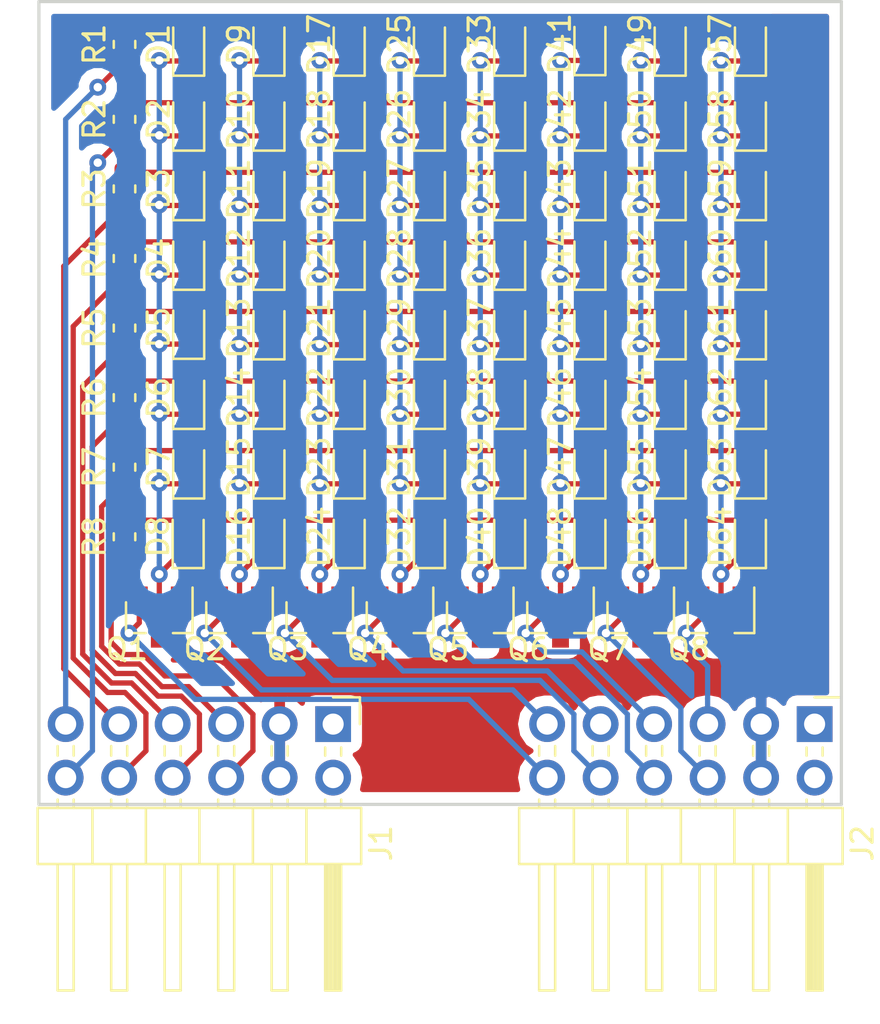
<source format=kicad_pcb>
(kicad_pcb (version 20171130) (host pcbnew 5.0.2+dfsg1-1)
  (layers (0 F.Cu signal) (31 B.Cu signal) (34 B.Paste user) (35 F.Paste user) (36 B.SilkS user) (37 F.SilkS user) (38 B.Mask user) (39 F.Mask user) (44 Edge.Cuts user))
  (net 0 "")
  (net 1 "Net-(D1-Pad2)")
  (net 2 "Net-(D1-Pad1)")
  (net 3 "Net-(D10-Pad2)")
  (net 4 "Net-(D11-Pad2)")
  (net 5 "Net-(D12-Pad2)")
  (net 6 "Net-(D13-Pad2)")
  (net 7 "Net-(D14-Pad2)")
  (net 8 "Net-(D15-Pad2)")
  (net 9 "Net-(D10-Pad1)")
  (net 10 "Net-(D16-Pad2)")
  (net 11 "Net-(D17-Pad1)")
  (net 12 "Net-(D25-Pad1)")
  (net 13 "Net-(D33-Pad1)")
  (net 14 "Net-(D41-Pad1)")
  (net 15 "Net-(D49-Pad1)")
  (net 16 "Net-(D57-Pad1)")
  (net 17 "Net-(J1-Pad1)")
  (net 18 "Net-(J1-Pad2)")
  (net 19 "Net-(J2-Pad2)")
  (net 20 "Net-(J2-Pad1)")
  (net 21 /COL1)
  (net 22 /COL2)
  (net 23 /ROW1)
  (net 24 /ROW2)
  (net 25 /ROW3)
  (net 26 /ROW4)
  (net 27 /ROW5)
  (net 28 /ROW6)
  (net 29 /ROW7)
  (net 30 /ROW8)
  (net 31 GND)
  (net 32 /COL3)
  (net 33 /COL4)
  (net 34 /COL5)
  (net 35 /COL6)
  (net 36 /COL7)
  (net 37 /COL8)
  (module Diode_SMD:D_0603_1608Metric (layer F.Cu) (at 125.222 97.282 90)
    (fp_text reference D1 (at 0 -1.43 90) (layer F.SilkS))
    (fp_text value RED)
    (pad 2 smd roundrect (at 0.7875 0 90) (size 0.875 0.95) (layers F.Cu F.Paste F.Mask) (net 1 "Net-(D1-Pad2)"))
    (pad 1 smd roundrect (at -0.7875 0 90) (size 0.875 0.95) (layers F.Cu F.Paste F.Mask) (net 2 "Net-(D1-Pad1)"))
  )
  (module Diode_SMD:D_0603_1608Metric (layer F.Cu) (at 125.222 100.838 90)
    (fp_text reference D2 (at 0 -1.43 90) (layer F.SilkS))
    (fp_text value RED)
    (pad 1 smd roundrect (at -0.7875 0 90) (size 0.875 0.95) (layers F.Cu F.Paste F.Mask) (net 2 "Net-(D1-Pad1)"))
    (pad 2 smd roundrect (at 0.7875 0 90) (size 0.875 0.95) (layers F.Cu F.Paste F.Mask) (net 3 "Net-(D10-Pad2)"))
  )
  (module Diode_SMD:D_0603_1608Metric (layer F.Cu) (at 125.222 104.14 90)
    (fp_text reference D3 (at 0 -1.43 90) (layer F.SilkS))
    (fp_text value RED)
    (pad 2 smd roundrect (at 0.7875 0 90) (size 0.875 0.95) (layers F.Cu F.Paste F.Mask) (net 4 "Net-(D11-Pad2)"))
    (pad 1 smd roundrect (at -0.7875 0 90) (size 0.875 0.95) (layers F.Cu F.Paste F.Mask) (net 2 "Net-(D1-Pad1)"))
  )
  (module Diode_SMD:D_0603_1608Metric (layer F.Cu) (at 125.222 107.442 90)
    (fp_text reference D4 (at 0 -1.43 90) (layer F.SilkS))
    (fp_text value RED)
    (pad 1 smd roundrect (at -0.7875 0 90) (size 0.875 0.95) (layers F.Cu F.Paste F.Mask) (net 2 "Net-(D1-Pad1)"))
    (pad 2 smd roundrect (at 0.7875 0 90) (size 0.875 0.95) (layers F.Cu F.Paste F.Mask) (net 5 "Net-(D12-Pad2)"))
  )
  (module Diode_SMD:D_0603_1608Metric (layer F.Cu) (at 125.222 110.7185 90)
    (fp_text reference D5 (at 0 -1.43 90) (layer F.SilkS))
    (fp_text value RED)
    (pad 2 smd roundrect (at 0.7875 0 90) (size 0.875 0.95) (layers F.Cu F.Paste F.Mask) (net 6 "Net-(D13-Pad2)"))
    (pad 1 smd roundrect (at -0.7875 0 90) (size 0.875 0.95) (layers F.Cu F.Paste F.Mask) (net 2 "Net-(D1-Pad1)"))
  )
  (module Diode_SMD:D_0603_1608Metric (layer F.Cu) (at 125.222 114.046 90)
    (fp_text reference D6 (at 0 -1.43 90) (layer F.SilkS))
    (fp_text value RED)
    (pad 1 smd roundrect (at -0.7875 0 90) (size 0.875 0.95) (layers F.Cu F.Paste F.Mask) (net 2 "Net-(D1-Pad1)"))
    (pad 2 smd roundrect (at 0.7875 0 90) (size 0.875 0.95) (layers F.Cu F.Paste F.Mask) (net 7 "Net-(D14-Pad2)"))
  )
  (module Diode_SMD:D_0603_1608Metric (layer F.Cu) (at 125.222 117.348 90)
    (fp_text reference D7 (at 0 -1.43 90) (layer F.SilkS))
    (fp_text value RED)
    (pad 2 smd roundrect (at 0.7875 0 90) (size 0.875 0.95) (layers F.Cu F.Paste F.Mask) (net 8 "Net-(D15-Pad2)"))
    (pad 1 smd roundrect (at -0.7875 0 90) (size 0.875 0.95) (layers F.Cu F.Paste F.Mask) (net 2 "Net-(D1-Pad1)"))
  )
  (module Diode_SMD:D_0603_1608Metric (layer F.Cu) (at 125.1965 120.65 90)
    (fp_text reference D8 (at 0 -1.43 90) (layer F.SilkS))
    (fp_text value RED)
    (pad 2 smd roundrect (at 0.7875 0 90) (size 0.875 0.95) (layers F.Cu F.Paste F.Mask) (net 10 "Net-(D16-Pad2)"))
    (pad 1 smd roundrect (at -0.7875 0 90) (size 0.875 0.95) (layers F.Cu F.Paste F.Mask) (net 2 "Net-(D1-Pad1)"))
  )
  (module Diode_SMD:D_0603_1608Metric (layer F.Cu) (at 129.032 97.282 90)
    (fp_text reference D9 (at 0 -1.43 90) (layer F.SilkS))
    (fp_text value RED)
    (pad 2 smd roundrect (at 0.7875 0 90) (size 0.875 0.95) (layers F.Cu F.Paste F.Mask) (net 1 "Net-(D1-Pad2)"))
    (pad 1 smd roundrect (at -0.7875 0 90) (size 0.875 0.95) (layers F.Cu F.Paste F.Mask) (net 9 "Net-(D10-Pad1)"))
  )
  (module Diode_SMD:D_0603_1608Metric (layer F.Cu) (at 129.032 100.838 90)
    (fp_text reference D10 (at 0 -1.43 90) (layer F.SilkS))
    (fp_text value RED)
    (pad 1 smd roundrect (at -0.7875 0 90) (size 0.875 0.95) (layers F.Cu F.Paste F.Mask) (net 9 "Net-(D10-Pad1)"))
    (pad 2 smd roundrect (at 0.7875 0 90) (size 0.875 0.95) (layers F.Cu F.Paste F.Mask) (net 3 "Net-(D10-Pad2)"))
  )
  (module Diode_SMD:D_0603_1608Metric (layer F.Cu) (at 129.032 104.14 90)
    (fp_text reference D11 (at 0 -1.43 90) (layer F.SilkS))
    (fp_text value RED)
    (pad 2 smd roundrect (at 0.7875 0 90) (size 0.875 0.95) (layers F.Cu F.Paste F.Mask) (net 4 "Net-(D11-Pad2)"))
    (pad 1 smd roundrect (at -0.7875 0 90) (size 0.875 0.95) (layers F.Cu F.Paste F.Mask) (net 9 "Net-(D10-Pad1)"))
  )
  (module Diode_SMD:D_0603_1608Metric (layer F.Cu) (at 129.032 107.442 90)
    (fp_text reference D12 (at 0 -1.43 90) (layer F.SilkS))
    (fp_text value RED)
    (pad 1 smd roundrect (at -0.7875 0 90) (size 0.875 0.95) (layers F.Cu F.Paste F.Mask) (net 9 "Net-(D10-Pad1)"))
    (pad 2 smd roundrect (at 0.7875 0 90) (size 0.875 0.95) (layers F.Cu F.Paste F.Mask) (net 5 "Net-(D12-Pad2)"))
  )
  (module Diode_SMD:D_0603_1608Metric (layer F.Cu) (at 129.032 110.744 90)
    (fp_text reference D13 (at 0 -1.43 90) (layer F.SilkS))
    (fp_text value RED)
    (pad 2 smd roundrect (at 0.7875 0 90) (size 0.875 0.95) (layers F.Cu F.Paste F.Mask) (net 6 "Net-(D13-Pad2)"))
    (pad 1 smd roundrect (at -0.7875 0 90) (size 0.875 0.95) (layers F.Cu F.Paste F.Mask) (net 9 "Net-(D10-Pad1)"))
  )
  (module Diode_SMD:D_0603_1608Metric (layer F.Cu) (at 129.032 114.046 90)
    (fp_text reference D14 (at 0 -1.43 90) (layer F.SilkS))
    (fp_text value RED)
    (pad 1 smd roundrect (at -0.7875 0 90) (size 0.875 0.95) (layers F.Cu F.Paste F.Mask) (net 9 "Net-(D10-Pad1)"))
    (pad 2 smd roundrect (at 0.7875 0 90) (size 0.875 0.95) (layers F.Cu F.Paste F.Mask) (net 7 "Net-(D14-Pad2)"))
  )
  (module Diode_SMD:D_0603_1608Metric (layer F.Cu) (at 129.032 117.348 90)
    (fp_text reference D15 (at 0 -1.43 90) (layer F.SilkS))
    (fp_text value RED)
    (pad 2 smd roundrect (at 0.7875 0 90) (size 0.875 0.95) (layers F.Cu F.Paste F.Mask) (net 8 "Net-(D15-Pad2)"))
    (pad 1 smd roundrect (at -0.7875 0 90) (size 0.875 0.95) (layers F.Cu F.Paste F.Mask) (net 9 "Net-(D10-Pad1)"))
  )
  (module Diode_SMD:D_0603_1608Metric (layer F.Cu) (at 129.032 120.65 90)
    (fp_text reference D16 (at 0 -1.43 90) (layer F.SilkS))
    (fp_text value RED)
    (pad 1 smd roundrect (at -0.7875 0 90) (size 0.875 0.95) (layers F.Cu F.Paste F.Mask) (net 9 "Net-(D10-Pad1)"))
    (pad 2 smd roundrect (at 0.7875 0 90) (size 0.875 0.95) (layers F.Cu F.Paste F.Mask) (net 10 "Net-(D16-Pad2)"))
  )
  (module Diode_SMD:D_0603_1608Metric (layer F.Cu) (at 132.842 97.282 90)
    (fp_text reference D17 (at 0 -1.43 90) (layer F.SilkS))
    (fp_text value RED)
    (pad 2 smd roundrect (at 0.7875 0 90) (size 0.875 0.95) (layers F.Cu F.Paste F.Mask) (net 1 "Net-(D1-Pad2)"))
    (pad 1 smd roundrect (at -0.7875 0 90) (size 0.875 0.95) (layers F.Cu F.Paste F.Mask) (net 11 "Net-(D17-Pad1)"))
  )
  (module Diode_SMD:D_0603_1608Metric (layer F.Cu) (at 132.842 100.838 90)
    (fp_text reference D18 (at 0 -1.43 90) (layer F.SilkS))
    (fp_text value RED)
    (pad 1 smd roundrect (at -0.7875 0 90) (size 0.875 0.95) (layers F.Cu F.Paste F.Mask) (net 11 "Net-(D17-Pad1)"))
    (pad 2 smd roundrect (at 0.7875 0 90) (size 0.875 0.95) (layers F.Cu F.Paste F.Mask) (net 3 "Net-(D10-Pad2)"))
  )
  (module Diode_SMD:D_0603_1608Metric (layer F.Cu) (at 132.842 104.14 90)
    (fp_text reference D19 (at 0 -1.43 90) (layer F.SilkS))
    (fp_text value RED)
    (pad 2 smd roundrect (at 0.7875 0 90) (size 0.875 0.95) (layers F.Cu F.Paste F.Mask) (net 4 "Net-(D11-Pad2)"))
    (pad 1 smd roundrect (at -0.7875 0 90) (size 0.875 0.95) (layers F.Cu F.Paste F.Mask) (net 11 "Net-(D17-Pad1)"))
  )
  (module Diode_SMD:D_0603_1608Metric (layer F.Cu) (at 132.842 107.442 90)
    (fp_text reference D20 (at 0 -1.43 90) (layer F.SilkS))
    (fp_text value RED)
    (pad 1 smd roundrect (at -0.7875 0 90) (size 0.875 0.95) (layers F.Cu F.Paste F.Mask) (net 11 "Net-(D17-Pad1)"))
    (pad 2 smd roundrect (at 0.7875 0 90) (size 0.875 0.95) (layers F.Cu F.Paste F.Mask) (net 5 "Net-(D12-Pad2)"))
  )
  (module Diode_SMD:D_0603_1608Metric (layer F.Cu) (at 132.842 110.744 90)
    (fp_text reference D21 (at 0 -1.43 90) (layer F.SilkS))
    (fp_text value RED)
    (pad 2 smd roundrect (at 0.7875 0 90) (size 0.875 0.95) (layers F.Cu F.Paste F.Mask) (net 6 "Net-(D13-Pad2)"))
    (pad 1 smd roundrect (at -0.7875 0 90) (size 0.875 0.95) (layers F.Cu F.Paste F.Mask) (net 11 "Net-(D17-Pad1)"))
  )
  (module Diode_SMD:D_0603_1608Metric (layer F.Cu) (at 132.842 114.046 90)
    (fp_text reference D22 (at 0 -1.43 90) (layer F.SilkS))
    (fp_text value RED)
    (pad 1 smd roundrect (at -0.7875 0 90) (size 0.875 0.95) (layers F.Cu F.Paste F.Mask) (net 11 "Net-(D17-Pad1)"))
    (pad 2 smd roundrect (at 0.7875 0 90) (size 0.875 0.95) (layers F.Cu F.Paste F.Mask) (net 7 "Net-(D14-Pad2)"))
  )
  (module Diode_SMD:D_0603_1608Metric (layer F.Cu) (at 132.842 117.348 90)
    (fp_text reference D23 (at 0 -1.43 90) (layer F.SilkS))
    (fp_text value RED)
    (pad 1 smd roundrect (at -0.7875 0 90) (size 0.875 0.95) (layers F.Cu F.Paste F.Mask) (net 11 "Net-(D17-Pad1)"))
    (pad 2 smd roundrect (at 0.7875 0 90) (size 0.875 0.95) (layers F.Cu F.Paste F.Mask) (net 8 "Net-(D15-Pad2)"))
  )
  (module Diode_SMD:D_0603_1608Metric (layer F.Cu) (at 132.842 120.65 90)
    (fp_text reference D24 (at 0 -1.43 90) (layer F.SilkS))
    (fp_text value RED)
    (pad 2 smd roundrect (at 0.7875 0 90) (size 0.875 0.95) (layers F.Cu F.Paste F.Mask) (net 10 "Net-(D16-Pad2)"))
    (pad 1 smd roundrect (at -0.7875 0 90) (size 0.875 0.95) (layers F.Cu F.Paste F.Mask) (net 11 "Net-(D17-Pad1)"))
  )
  (module Diode_SMD:D_0603_1608Metric (layer F.Cu) (at 136.652 97.282 90)
    (fp_text reference D25 (at 0 -1.43 90) (layer F.SilkS))
    (fp_text value RED)
    (pad 1 smd roundrect (at -0.7875 0 90) (size 0.875 0.95) (layers F.Cu F.Paste F.Mask) (net 12 "Net-(D25-Pad1)"))
    (pad 2 smd roundrect (at 0.7875 0 90) (size 0.875 0.95) (layers F.Cu F.Paste F.Mask) (net 1 "Net-(D1-Pad2)"))
  )
  (module Diode_SMD:D_0603_1608Metric (layer F.Cu) (at 136.652 100.838 90)
    (fp_text reference D26 (at 0 -1.43 90) (layer F.SilkS))
    (fp_text value RED)
    (pad 1 smd roundrect (at -0.7875 0 90) (size 0.875 0.95) (layers F.Cu F.Paste F.Mask) (net 12 "Net-(D25-Pad1)"))
    (pad 2 smd roundrect (at 0.7875 0 90) (size 0.875 0.95) (layers F.Cu F.Paste F.Mask) (net 3 "Net-(D10-Pad2)"))
  )
  (module Diode_SMD:D_0603_1608Metric (layer F.Cu) (at 136.652 104.14 90)
    (fp_text reference D27 (at 0 -1.43 90) (layer F.SilkS))
    (fp_text value RED)
    (pad 2 smd roundrect (at 0.7875 0 90) (size 0.875 0.95) (layers F.Cu F.Paste F.Mask) (net 4 "Net-(D11-Pad2)"))
    (pad 1 smd roundrect (at -0.7875 0 90) (size 0.875 0.95) (layers F.Cu F.Paste F.Mask) (net 12 "Net-(D25-Pad1)"))
  )
  (module Diode_SMD:D_0603_1608Metric (layer F.Cu) (at 136.652 107.442 90)
    (fp_text reference D28 (at 0 -1.43 90) (layer F.SilkS))
    (fp_text value RED)
    (pad 1 smd roundrect (at -0.7875 0 90) (size 0.875 0.95) (layers F.Cu F.Paste F.Mask) (net 12 "Net-(D25-Pad1)"))
    (pad 2 smd roundrect (at 0.7875 0 90) (size 0.875 0.95) (layers F.Cu F.Paste F.Mask) (net 5 "Net-(D12-Pad2)"))
  )
  (module Diode_SMD:D_0603_1608Metric (layer F.Cu) (at 136.652 110.744 90)
    (fp_text reference D29 (at 0 -1.43 90) (layer F.SilkS))
    (fp_text value RED)
    (pad 1 smd roundrect (at -0.7875 0 90) (size 0.875 0.95) (layers F.Cu F.Paste F.Mask) (net 12 "Net-(D25-Pad1)"))
    (pad 2 smd roundrect (at 0.7875 0 90) (size 0.875 0.95) (layers F.Cu F.Paste F.Mask) (net 6 "Net-(D13-Pad2)"))
  )
  (module Diode_SMD:D_0603_1608Metric (layer F.Cu) (at 136.652 114.046 90)
    (fp_text reference D30 (at 0 -1.43 90) (layer F.SilkS))
    (fp_text value RED)
    (pad 1 smd roundrect (at -0.7875 0 90) (size 0.875 0.95) (layers F.Cu F.Paste F.Mask) (net 12 "Net-(D25-Pad1)"))
    (pad 2 smd roundrect (at 0.7875 0 90) (size 0.875 0.95) (layers F.Cu F.Paste F.Mask) (net 7 "Net-(D14-Pad2)"))
  )
  (module Diode_SMD:D_0603_1608Metric (layer F.Cu) (at 136.652 117.348 90)
    (fp_text reference D31 (at 0 -1.43 90) (layer F.SilkS))
    (fp_text value RED)
    (pad 2 smd roundrect (at 0.7875 0 90) (size 0.875 0.95) (layers F.Cu F.Paste F.Mask) (net 8 "Net-(D15-Pad2)"))
    (pad 1 smd roundrect (at -0.7875 0 90) (size 0.875 0.95) (layers F.Cu F.Paste F.Mask) (net 12 "Net-(D25-Pad1)"))
  )
  (module Diode_SMD:D_0603_1608Metric (layer F.Cu) (at 136.652 120.65 90)
    (fp_text reference D32 (at 0 -1.43 90) (layer F.SilkS))
    (fp_text value RED)
    (pad 1 smd roundrect (at -0.7875 0 90) (size 0.875 0.95) (layers F.Cu F.Paste F.Mask) (net 12 "Net-(D25-Pad1)"))
    (pad 2 smd roundrect (at 0.7875 0 90) (size 0.875 0.95) (layers F.Cu F.Paste F.Mask) (net 10 "Net-(D16-Pad2)"))
  )
  (module Diode_SMD:D_0603_1608Metric (layer F.Cu) (at 140.462 97.282 90)
    (fp_text reference D33 (at 0 -1.43 90) (layer F.SilkS))
    (fp_text value RED)
    (pad 1 smd roundrect (at -0.7875 0 90) (size 0.875 0.95) (layers F.Cu F.Paste F.Mask) (net 13 "Net-(D33-Pad1)"))
    (pad 2 smd roundrect (at 0.7875 0 90) (size 0.875 0.95) (layers F.Cu F.Paste F.Mask) (net 1 "Net-(D1-Pad2)"))
  )
  (module Diode_SMD:D_0603_1608Metric (layer F.Cu) (at 140.462 100.838 90)
    (fp_text reference D34 (at 0 -1.43 90) (layer F.SilkS))
    (fp_text value RED)
    (pad 1 smd roundrect (at -0.7875 0 90) (size 0.875 0.95) (layers F.Cu F.Paste F.Mask) (net 13 "Net-(D33-Pad1)"))
    (pad 2 smd roundrect (at 0.7875 0 90) (size 0.875 0.95) (layers F.Cu F.Paste F.Mask) (net 3 "Net-(D10-Pad2)"))
  )
  (module Diode_SMD:D_0603_1608Metric (layer F.Cu) (at 140.462 104.14 90)
    (fp_text reference D35 (at 0 -1.43 90) (layer F.SilkS))
    (fp_text value RED)
    (pad 2 smd roundrect (at 0.7875 0 90) (size 0.875 0.95) (layers F.Cu F.Paste F.Mask) (net 4 "Net-(D11-Pad2)"))
    (pad 1 smd roundrect (at -0.7875 0 90) (size 0.875 0.95) (layers F.Cu F.Paste F.Mask) (net 13 "Net-(D33-Pad1)"))
  )
  (module Diode_SMD:D_0603_1608Metric (layer F.Cu) (at 140.462 107.442 90)
    (fp_text reference D36 (at 0 -1.43 90) (layer F.SilkS))
    (fp_text value RED)
    (pad 1 smd roundrect (at -0.7875 0 90) (size 0.875 0.95) (layers F.Cu F.Paste F.Mask) (net 13 "Net-(D33-Pad1)"))
    (pad 2 smd roundrect (at 0.7875 0 90) (size 0.875 0.95) (layers F.Cu F.Paste F.Mask) (net 5 "Net-(D12-Pad2)"))
  )
  (module Diode_SMD:D_0603_1608Metric (layer F.Cu) (at 140.462 110.744 90)
    (fp_text reference D37 (at 0 -1.43 90) (layer F.SilkS))
    (fp_text value RED)
    (pad 1 smd roundrect (at -0.7875 0 90) (size 0.875 0.95) (layers F.Cu F.Paste F.Mask) (net 13 "Net-(D33-Pad1)"))
    (pad 2 smd roundrect (at 0.7875 0 90) (size 0.875 0.95) (layers F.Cu F.Paste F.Mask) (net 6 "Net-(D13-Pad2)"))
  )
  (module Diode_SMD:D_0603_1608Metric (layer F.Cu) (at 140.462 114.046 90)
    (fp_text reference D38 (at 0 -1.43 90) (layer F.SilkS))
    (fp_text value RED)
    (pad 2 smd roundrect (at 0.7875 0 90) (size 0.875 0.95) (layers F.Cu F.Paste F.Mask) (net 7 "Net-(D14-Pad2)"))
    (pad 1 smd roundrect (at -0.7875 0 90) (size 0.875 0.95) (layers F.Cu F.Paste F.Mask) (net 13 "Net-(D33-Pad1)"))
  )
  (module Diode_SMD:D_0603_1608Metric (layer F.Cu) (at 140.462 117.348 90)
    (fp_text reference D39 (at 0 -1.43 90) (layer F.SilkS))
    (fp_text value RED)
    (pad 2 smd roundrect (at 0.7875 0 90) (size 0.875 0.95) (layers F.Cu F.Paste F.Mask) (net 8 "Net-(D15-Pad2)"))
    (pad 1 smd roundrect (at -0.7875 0 90) (size 0.875 0.95) (layers F.Cu F.Paste F.Mask) (net 13 "Net-(D33-Pad1)"))
  )
  (module Diode_SMD:D_0603_1608Metric (layer F.Cu) (at 140.462 120.65 90)
    (fp_text reference D40 (at 0 -1.43 90) (layer F.SilkS))
    (fp_text value RED)
    (pad 2 smd roundrect (at 0.7875 0 90) (size 0.875 0.95) (layers F.Cu F.Paste F.Mask) (net 10 "Net-(D16-Pad2)"))
    (pad 1 smd roundrect (at -0.7875 0 90) (size 0.875 0.95) (layers F.Cu F.Paste F.Mask) (net 13 "Net-(D33-Pad1)"))
  )
  (module Diode_SMD:D_0603_1608Metric (layer F.Cu) (at 144.272 97.2565 90)
    (fp_text reference D41 (at 0 -1.43 90) (layer F.SilkS))
    (fp_text value RED)
    (pad 1 smd roundrect (at -0.7875 0 90) (size 0.875 0.95) (layers F.Cu F.Paste F.Mask) (net 14 "Net-(D41-Pad1)"))
    (pad 2 smd roundrect (at 0.7875 0 90) (size 0.875 0.95) (layers F.Cu F.Paste F.Mask) (net 1 "Net-(D1-Pad2)"))
  )
  (module Diode_SMD:D_0603_1608Metric (layer F.Cu) (at 144.272 100.838 90)
    (fp_text reference D42 (at 0 -1.43 90) (layer F.SilkS))
    (fp_text value RED)
    (pad 1 smd roundrect (at -0.7875 0 90) (size 0.875 0.95) (layers F.Cu F.Paste F.Mask) (net 14 "Net-(D41-Pad1)"))
    (pad 2 smd roundrect (at 0.7875 0 90) (size 0.875 0.95) (layers F.Cu F.Paste F.Mask) (net 3 "Net-(D10-Pad2)"))
  )
  (module Diode_SMD:D_0603_1608Metric (layer F.Cu) (at 144.272 104.14 90)
    (fp_text reference D43 (at 0 -1.43 90) (layer F.SilkS))
    (fp_text value RED)
    (pad 1 smd roundrect (at -0.7875 0 90) (size 0.875 0.95) (layers F.Cu F.Paste F.Mask) (net 14 "Net-(D41-Pad1)"))
    (pad 2 smd roundrect (at 0.7875 0 90) (size 0.875 0.95) (layers F.Cu F.Paste F.Mask) (net 4 "Net-(D11-Pad2)"))
  )
  (module Diode_SMD:D_0603_1608Metric (layer F.Cu) (at 144.272 107.442 90)
    (fp_text reference D44 (at 0 -1.43 90) (layer F.SilkS))
    (fp_text value RED)
    (pad 1 smd roundrect (at -0.7875 0 90) (size 0.875 0.95) (layers F.Cu F.Paste F.Mask) (net 14 "Net-(D41-Pad1)"))
    (pad 2 smd roundrect (at 0.7875 0 90) (size 0.875 0.95) (layers F.Cu F.Paste F.Mask) (net 5 "Net-(D12-Pad2)"))
  )
  (module Diode_SMD:D_0603_1608Metric (layer F.Cu) (at 144.272 110.744 90)
    (fp_text reference D45 (at 0 -1.43 90) (layer F.SilkS))
    (fp_text value RED)
    (pad 2 smd roundrect (at 0.7875 0 90) (size 0.875 0.95) (layers F.Cu F.Paste F.Mask) (net 6 "Net-(D13-Pad2)"))
    (pad 1 smd roundrect (at -0.7875 0 90) (size 0.875 0.95) (layers F.Cu F.Paste F.Mask) (net 14 "Net-(D41-Pad1)"))
  )
  (module Diode_SMD:D_0603_1608Metric (layer F.Cu) (at 144.272 114.046 90)
    (fp_text reference D46 (at 0 -1.43 90) (layer F.SilkS))
    (fp_text value RED)
    (pad 1 smd roundrect (at -0.7875 0 90) (size 0.875 0.95) (layers F.Cu F.Paste F.Mask) (net 14 "Net-(D41-Pad1)"))
    (pad 2 smd roundrect (at 0.7875 0 90) (size 0.875 0.95) (layers F.Cu F.Paste F.Mask) (net 7 "Net-(D14-Pad2)"))
  )
  (module Diode_SMD:D_0603_1608Metric (layer F.Cu) (at 144.272 117.348 90)
    (fp_text reference D47 (at 0 -1.43 90) (layer F.SilkS))
    (fp_text value RED)
    (pad 2 smd roundrect (at 0.7875 0 90) (size 0.875 0.95) (layers F.Cu F.Paste F.Mask) (net 8 "Net-(D15-Pad2)"))
    (pad 1 smd roundrect (at -0.7875 0 90) (size 0.875 0.95) (layers F.Cu F.Paste F.Mask) (net 14 "Net-(D41-Pad1)"))
  )
  (module Diode_SMD:D_0603_1608Metric (layer F.Cu) (at 144.272 120.65 90)
    (fp_text reference D48 (at 0 -1.43 90) (layer F.SilkS))
    (fp_text value RED)
    (pad 2 smd roundrect (at 0.7875 0 90) (size 0.875 0.95) (layers F.Cu F.Paste F.Mask) (net 10 "Net-(D16-Pad2)"))
    (pad 1 smd roundrect (at -0.7875 0 90) (size 0.875 0.95) (layers F.Cu F.Paste F.Mask) (net 14 "Net-(D41-Pad1)"))
  )
  (module Diode_SMD:D_0603_1608Metric (layer F.Cu) (at 148.082 97.282 90)
    (fp_text reference D49 (at 0 -1.43 90) (layer F.SilkS))
    (fp_text value RED)
    (pad 2 smd roundrect (at 0.7875 0 90) (size 0.875 0.95) (layers F.Cu F.Paste F.Mask) (net 1 "Net-(D1-Pad2)"))
    (pad 1 smd roundrect (at -0.7875 0 90) (size 0.875 0.95) (layers F.Cu F.Paste F.Mask) (net 15 "Net-(D49-Pad1)"))
  )
  (module Diode_SMD:D_0603_1608Metric (layer F.Cu) (at 148.082 100.838 90)
    (fp_text reference D50 (at 0 -1.43 90) (layer F.SilkS))
    (fp_text value RED)
    (pad 2 smd roundrect (at 0.7875 0 90) (size 0.875 0.95) (layers F.Cu F.Paste F.Mask) (net 3 "Net-(D10-Pad2)"))
    (pad 1 smd roundrect (at -0.7875 0 90) (size 0.875 0.95) (layers F.Cu F.Paste F.Mask) (net 15 "Net-(D49-Pad1)"))
  )
  (module Diode_SMD:D_0603_1608Metric (layer F.Cu) (at 148.082 104.14 90)
    (fp_text reference D51 (at 0 -1.43 90) (layer F.SilkS))
    (fp_text value RED)
    (pad 1 smd roundrect (at -0.7875 0 90) (size 0.875 0.95) (layers F.Cu F.Paste F.Mask) (net 15 "Net-(D49-Pad1)"))
    (pad 2 smd roundrect (at 0.7875 0 90) (size 0.875 0.95) (layers F.Cu F.Paste F.Mask) (net 4 "Net-(D11-Pad2)"))
  )
  (module Diode_SMD:D_0603_1608Metric (layer F.Cu) (at 148.082 107.442 90)
    (fp_text reference D52 (at 0 -1.43 90) (layer F.SilkS))
    (fp_text value RED)
    (pad 2 smd roundrect (at 0.7875 0 90) (size 0.875 0.95) (layers F.Cu F.Paste F.Mask) (net 5 "Net-(D12-Pad2)"))
    (pad 1 smd roundrect (at -0.7875 0 90) (size 0.875 0.95) (layers F.Cu F.Paste F.Mask) (net 15 "Net-(D49-Pad1)"))
  )
  (module Diode_SMD:D_0603_1608Metric (layer F.Cu) (at 148.082 110.744 90)
    (fp_text reference D53 (at 0 -1.43 90) (layer F.SilkS))
    (fp_text value RED)
    (pad 2 smd roundrect (at 0.7875 0 90) (size 0.875 0.95) (layers F.Cu F.Paste F.Mask) (net 6 "Net-(D13-Pad2)"))
    (pad 1 smd roundrect (at -0.7875 0 90) (size 0.875 0.95) (layers F.Cu F.Paste F.Mask) (net 15 "Net-(D49-Pad1)"))
  )
  (module Diode_SMD:D_0603_1608Metric (layer F.Cu) (at 148.082 114.046 90)
    (fp_text reference D54 (at 0 -1.43 90) (layer F.SilkS))
    (fp_text value RED)
    (pad 2 smd roundrect (at 0.7875 0 90) (size 0.875 0.95) (layers F.Cu F.Paste F.Mask) (net 7 "Net-(D14-Pad2)"))
    (pad 1 smd roundrect (at -0.7875 0 90) (size 0.875 0.95) (layers F.Cu F.Paste F.Mask) (net 15 "Net-(D49-Pad1)"))
  )
  (module Diode_SMD:D_0603_1608Metric (layer F.Cu) (at 148.082 117.348 90)
    (fp_text reference D55 (at 0 -1.43 90) (layer F.SilkS))
    (fp_text value RED)
    (pad 1 smd roundrect (at -0.7875 0 90) (size 0.875 0.95) (layers F.Cu F.Paste F.Mask) (net 15 "Net-(D49-Pad1)"))
    (pad 2 smd roundrect (at 0.7875 0 90) (size 0.875 0.95) (layers F.Cu F.Paste F.Mask) (net 8 "Net-(D15-Pad2)"))
  )
  (module Diode_SMD:D_0603_1608Metric (layer F.Cu) (at 148.082 120.65 90)
    (fp_text reference D56 (at 0 -1.43 90) (layer F.SilkS))
    (fp_text value RED)
    (pad 2 smd roundrect (at 0.7875 0 90) (size 0.875 0.95) (layers F.Cu F.Paste F.Mask) (net 10 "Net-(D16-Pad2)"))
    (pad 1 smd roundrect (at -0.7875 0 90) (size 0.875 0.95) (layers F.Cu F.Paste F.Mask) (net 15 "Net-(D49-Pad1)"))
  )
  (module Diode_SMD:D_0603_1608Metric (layer F.Cu) (at 151.892 97.282 90)
    (fp_text reference D57 (at 0 -1.43 90) (layer F.SilkS))
    (fp_text value RED)
    (pad 1 smd roundrect (at -0.7875 0 90) (size 0.875 0.95) (layers F.Cu F.Paste F.Mask) (net 16 "Net-(D57-Pad1)"))
    (pad 2 smd roundrect (at 0.7875 0 90) (size 0.875 0.95) (layers F.Cu F.Paste F.Mask) (net 1 "Net-(D1-Pad2)"))
  )
  (module Diode_SMD:D_0603_1608Metric (layer F.Cu) (at 151.892 100.838 90)
    (fp_text reference D58 (at 0 -1.43 90) (layer F.SilkS))
    (fp_text value RED)
    (pad 2 smd roundrect (at 0.7875 0 90) (size 0.875 0.95) (layers F.Cu F.Paste F.Mask) (net 3 "Net-(D10-Pad2)"))
    (pad 1 smd roundrect (at -0.7875 0 90) (size 0.875 0.95) (layers F.Cu F.Paste F.Mask) (net 16 "Net-(D57-Pad1)"))
  )
  (module Diode_SMD:D_0603_1608Metric (layer F.Cu) (at 151.892 104.14 90)
    (fp_text reference D59 (at 0 -1.43 90) (layer F.SilkS))
    (fp_text value RED)
    (pad 1 smd roundrect (at -0.7875 0 90) (size 0.875 0.95) (layers F.Cu F.Paste F.Mask) (net 16 "Net-(D57-Pad1)"))
    (pad 2 smd roundrect (at 0.7875 0 90) (size 0.875 0.95) (layers F.Cu F.Paste F.Mask) (net 4 "Net-(D11-Pad2)"))
  )
  (module Diode_SMD:D_0603_1608Metric (layer F.Cu) (at 151.892 107.442 90)
    (fp_text reference D60 (at 0 -1.43 90) (layer F.SilkS))
    (fp_text value RED)
    (pad 2 smd roundrect (at 0.7875 0 90) (size 0.875 0.95) (layers F.Cu F.Paste F.Mask) (net 5 "Net-(D12-Pad2)"))
    (pad 1 smd roundrect (at -0.7875 0 90) (size 0.875 0.95) (layers F.Cu F.Paste F.Mask) (net 16 "Net-(D57-Pad1)"))
  )
  (module Diode_SMD:D_0603_1608Metric (layer F.Cu) (at 151.892 110.744 90)
    (fp_text reference D61 (at 0 -1.43 90) (layer F.SilkS))
    (fp_text value RED)
    (pad 1 smd roundrect (at -0.7875 0 90) (size 0.875 0.95) (layers F.Cu F.Paste F.Mask) (net 16 "Net-(D57-Pad1)"))
    (pad 2 smd roundrect (at 0.7875 0 90) (size 0.875 0.95) (layers F.Cu F.Paste F.Mask) (net 6 "Net-(D13-Pad2)"))
  )
  (module Diode_SMD:D_0603_1608Metric (layer F.Cu) (at 151.892 114.046 90)
    (fp_text reference D62 (at 0 -1.43 90) (layer F.SilkS))
    (fp_text value RED)
    (pad 2 smd roundrect (at 0.7875 0 90) (size 0.875 0.95) (layers F.Cu F.Paste F.Mask) (net 7 "Net-(D14-Pad2)"))
    (pad 1 smd roundrect (at -0.7875 0 90) (size 0.875 0.95) (layers F.Cu F.Paste F.Mask) (net 16 "Net-(D57-Pad1)"))
  )
  (module Diode_SMD:D_0603_1608Metric (layer F.Cu) (at 151.892 117.348 90)
    (fp_text reference D63 (at 0 -1.43 90) (layer F.SilkS))
    (fp_text value RED)
    (pad 1 smd roundrect (at -0.7875 0 90) (size 0.875 0.95) (layers F.Cu F.Paste F.Mask) (net 16 "Net-(D57-Pad1)"))
    (pad 2 smd roundrect (at 0.7875 0 90) (size 0.875 0.95) (layers F.Cu F.Paste F.Mask) (net 8 "Net-(D15-Pad2)"))
  )
  (module Diode_SMD:D_0603_1608Metric (layer F.Cu) (at 151.892 120.65 90)
    (fp_text reference D64 (at 0 -1.43 90) (layer F.SilkS))
    (fp_text value RED)
    (pad 2 smd roundrect (at 0.7875 0 90) (size 0.875 0.95) (layers F.Cu F.Paste F.Mask) (net 10 "Net-(D16-Pad2)"))
    (pad 1 smd roundrect (at -0.7875 0 90) (size 0.875 0.95) (layers F.Cu F.Paste F.Mask) (net 16 "Net-(D57-Pad1)"))
  )
  (module Connector_PinHeader_2.54mm:PinHeader_2x06_P2.54mm_Horizontal (layer F.Cu) (at 132.08 129.54 270)
    (fp_text reference J1 (at 5.655 -2.27 270) (layer F.SilkS))
    (fp_text value Conn_02x06_Odd_Even)
    (pad 1 thru_hole rect (at 0 0 270) (size 1.7 1.7) (drill 1) (layers *.Cu *.Mask) (net 17 "Net-(J1-Pad1)"))
    (pad 2 thru_hole oval (at 2.54 0 270) (size 1.7 1.7) (drill 1) (layers *.Cu *.Mask) (net 18 "Net-(J1-Pad2)"))
    (pad 3 thru_hole oval (at 0 2.54 270) (size 1.7 1.7) (drill 1) (layers *.Cu *.Mask) (net 31 GND))
    (pad 4 thru_hole oval (at 2.54 2.54 270) (size 1.7 1.7) (drill 1) (layers *.Cu *.Mask) (net 31 GND))
    (pad 5 thru_hole oval (at 0 5.08 270) (size 1.7 1.7) (drill 1) (layers *.Cu *.Mask) (net 29 /ROW7))
    (pad 6 thru_hole oval (at 2.54 5.08 270) (size 1.7 1.7) (drill 1) (layers *.Cu *.Mask) (net 30 /ROW8))
    (pad 7 thru_hole oval (at 0 7.62 270) (size 1.7 1.7) (drill 1) (layers *.Cu *.Mask) (net 27 /ROW5))
    (pad 8 thru_hole oval (at 2.54 7.62 270) (size 1.7 1.7) (drill 1) (layers *.Cu *.Mask) (net 28 /ROW6))
    (pad 9 thru_hole oval (at 0 10.16 270) (size 1.7 1.7) (drill 1) (layers *.Cu *.Mask) (net 25 /ROW3))
    (pad 10 thru_hole oval (at 2.54 10.16 270) (size 1.7 1.7) (drill 1) (layers *.Cu *.Mask) (net 26 /ROW4))
    (pad 11 thru_hole oval (at 0 12.7 270) (size 1.7 1.7) (drill 1) (layers *.Cu *.Mask) (net 23 /ROW1))
    (pad 12 thru_hole oval (at 2.54 12.7 270) (size 1.7 1.7) (drill 1) (layers *.Cu *.Mask) (net 24 /ROW2))
  )
  (module Connector_PinHeader_2.54mm:PinHeader_2x06_P2.54mm_Horizontal (layer F.Cu) (at 154.94 129.54 270)
    (fp_text reference J2 (at 5.655 -2.27 270) (layer F.SilkS))
    (fp_text value Conn_02x06_Odd_Even)
    (pad 12 thru_hole oval (at 2.54 12.7 270) (size 1.7 1.7) (drill 1) (layers *.Cu *.Mask) (net 21 /COL1))
    (pad 11 thru_hole oval (at 0 12.7 270) (size 1.7 1.7) (drill 1) (layers *.Cu *.Mask) (net 22 /COL2))
    (pad 10 thru_hole oval (at 2.54 10.16 270) (size 1.7 1.7) (drill 1) (layers *.Cu *.Mask) (net 32 /COL3))
    (pad 9 thru_hole oval (at 0 10.16 270) (size 1.7 1.7) (drill 1) (layers *.Cu *.Mask) (net 33 /COL4))
    (pad 8 thru_hole oval (at 2.54 7.62 270) (size 1.7 1.7) (drill 1) (layers *.Cu *.Mask) (net 34 /COL5))
    (pad 7 thru_hole oval (at 0 7.62 270) (size 1.7 1.7) (drill 1) (layers *.Cu *.Mask) (net 35 /COL6))
    (pad 6 thru_hole oval (at 2.54 5.08 270) (size 1.7 1.7) (drill 1) (layers *.Cu *.Mask) (net 36 /COL7))
    (pad 5 thru_hole oval (at 0 5.08 270) (size 1.7 1.7) (drill 1) (layers *.Cu *.Mask) (net 37 /COL8))
    (pad 4 thru_hole oval (at 2.54 2.54 270) (size 1.7 1.7) (drill 1) (layers *.Cu *.Mask) (net 31 GND))
    (pad 3 thru_hole oval (at 0 2.54 270) (size 1.7 1.7) (drill 1) (layers *.Cu *.Mask) (net 31 GND))
    (pad 2 thru_hole oval (at 2.54 0 270) (size 1.7 1.7) (drill 1) (layers *.Cu *.Mask) (net 19 "Net-(J2-Pad2)"))
    (pad 1 thru_hole rect (at 0 0 270) (size 1.7 1.7) (drill 1) (layers *.Cu *.Mask) (net 20 "Net-(J2-Pad1)"))
  )
  (module Package_TO_SOT_SMD:SOT-23 (layer F.Cu) (at 123.825 124.46 270)
    (fp_text reference Q1 (at 1.524 1.54) (layer F.SilkS))
    (fp_text value 2N3904)
    (pad 3 smd rect (at 1 0 270) (size 0.9 0.8) (layers F.Cu F.Paste F.Mask) (net 2 "Net-(D1-Pad1)"))
    (pad 2 smd rect (at -1 0.95 270) (size 0.9 0.8) (layers F.Cu F.Paste F.Mask) (net 21 /COL1))
    (pad 1 smd rect (at -1 -0.95 270) (size 0.9 0.8) (layers F.Cu F.Paste F.Mask) (net 31 GND))
  )
  (module Package_TO_SOT_SMD:SOT-23 (layer F.Cu) (at 127.635 124.46 270)
    (fp_text reference Q2 (at 1.524 1.651) (layer F.SilkS))
    (fp_text value 2N3904)
    (pad 3 smd rect (at 1 0 270) (size 0.9 0.8) (layers F.Cu F.Paste F.Mask) (net 9 "Net-(D10-Pad1)"))
    (pad 2 smd rect (at -1 0.95 270) (size 0.9 0.8) (layers F.Cu F.Paste F.Mask) (net 22 /COL2))
    (pad 1 smd rect (at -1 -0.95 270) (size 0.9 0.8) (layers F.Cu F.Paste F.Mask) (net 31 GND))
  )
  (module Package_TO_SOT_SMD:SOT-23 (layer F.Cu) (at 131.445 124.46 270)
    (fp_text reference Q3 (at 1.524 1.524) (layer F.SilkS))
    (fp_text value 2N3904)
    (pad 3 smd rect (at 1 0 270) (size 0.9 0.8) (layers F.Cu F.Paste F.Mask) (net 11 "Net-(D17-Pad1)"))
    (pad 2 smd rect (at -1 0.95 270) (size 0.9 0.8) (layers F.Cu F.Paste F.Mask) (net 32 /COL3))
    (pad 1 smd rect (at -1 -0.95 270) (size 0.9 0.8) (layers F.Cu F.Paste F.Mask) (net 31 GND))
  )
  (module Package_TO_SOT_SMD:SOT-23 (layer F.Cu) (at 135.255 124.46 270)
    (fp_text reference Q4 (at 1.524 1.524) (layer F.SilkS))
    (fp_text value 2N3904)
    (pad 1 smd rect (at -1 -0.95 270) (size 0.9 0.8) (layers F.Cu F.Paste F.Mask) (net 31 GND))
    (pad 2 smd rect (at -1 0.95 270) (size 0.9 0.8) (layers F.Cu F.Paste F.Mask) (net 33 /COL4))
    (pad 3 smd rect (at 1 0 270) (size 0.9 0.8) (layers F.Cu F.Paste F.Mask) (net 12 "Net-(D25-Pad1)"))
  )
  (module Package_TO_SOT_SMD:SOT-23 (layer F.Cu) (at 139.065 124.46 270)
    (fp_text reference Q5 (at 1.524 1.524) (layer F.SilkS))
    (fp_text value 2N3904)
    (pad 1 smd rect (at -1 -0.95 270) (size 0.9 0.8) (layers F.Cu F.Paste F.Mask) (net 31 GND))
    (pad 2 smd rect (at -1 0.95 270) (size 0.9 0.8) (layers F.Cu F.Paste F.Mask) (net 34 /COL5))
    (pad 3 smd rect (at 1 0 270) (size 0.9 0.8) (layers F.Cu F.Paste F.Mask) (net 13 "Net-(D33-Pad1)"))
  )
  (module Package_TO_SOT_SMD:SOT-23 (layer F.Cu) (at 142.875 124.46 270)
    (fp_text reference Q6 (at 1.524 1.524) (layer F.SilkS))
    (fp_text value 2N3904)
    (pad 3 smd rect (at 1 0 270) (size 0.9 0.8) (layers F.Cu F.Paste F.Mask) (net 14 "Net-(D41-Pad1)"))
    (pad 2 smd rect (at -1 0.95 270) (size 0.9 0.8) (layers F.Cu F.Paste F.Mask) (net 35 /COL6))
    (pad 1 smd rect (at -1 -0.95 270) (size 0.9 0.8) (layers F.Cu F.Paste F.Mask) (net 31 GND))
  )
  (module Package_TO_SOT_SMD:SOT-23 (layer F.Cu) (at 146.685 124.46 270)
    (fp_text reference Q7 (at 1.524 1.524 180) (layer F.SilkS))
    (fp_text value 2N3904)
    (pad 1 smd rect (at -1 -0.95 270) (size 0.9 0.8) (layers F.Cu F.Paste F.Mask) (net 31 GND))
    (pad 2 smd rect (at -1 0.95 270) (size 0.9 0.8) (layers F.Cu F.Paste F.Mask) (net 36 /COL7))
    (pad 3 smd rect (at 1 0 270) (size 0.9 0.8) (layers F.Cu F.Paste F.Mask) (net 15 "Net-(D49-Pad1)"))
  )
  (module Package_TO_SOT_SMD:SOT-23 (layer F.Cu) (at 150.495 124.46 270)
    (fp_text reference Q8 (at 1.524 1.524) (layer F.SilkS))
    (fp_text value 2N3904)
    (pad 1 smd rect (at -1 -0.95 270) (size 0.9 0.8) (layers F.Cu F.Paste F.Mask) (net 31 GND))
    (pad 2 smd rect (at -1 0.95 270) (size 0.9 0.8) (layers F.Cu F.Paste F.Mask) (net 37 /COL8))
    (pad 3 smd rect (at 1 0 270) (size 0.9 0.8) (layers F.Cu F.Paste F.Mask) (net 16 "Net-(D57-Pad1)"))
  )
  (module Resistor_SMD:R_0603_1608Metric (layer F.Cu) (at 122.174 97.282 90)
    (fp_text reference R1 (at 0 -1.43 90) (layer F.SilkS))
    (fp_text value 1K)
    (pad 1 smd roundrect (at -0.7875 0 90) (size 0.875 0.95) (layers F.Cu F.Paste F.Mask) (net 23 /ROW1))
    (pad 2 smd roundrect (at 0.7875 0 90) (size 0.875 0.95) (layers F.Cu F.Paste F.Mask) (net 1 "Net-(D1-Pad2)"))
  )
  (module Resistor_SMD:R_0603_1608Metric (layer F.Cu) (at 122.174 100.838 90)
    (fp_text reference R2 (at 0 -1.43 90) (layer F.SilkS))
    (fp_text value 1K)
    (pad 1 smd roundrect (at -0.7875 0 90) (size 0.875 0.95) (layers F.Cu F.Paste F.Mask) (net 24 /ROW2))
    (pad 2 smd roundrect (at 0.7875 0 90) (size 0.875 0.95) (layers F.Cu F.Paste F.Mask) (net 3 "Net-(D10-Pad2)"))
  )
  (module Resistor_SMD:R_0603_1608Metric (layer F.Cu) (at 122.174 104.14 90)
    (fp_text reference R3 (at 0 -1.43 90) (layer F.SilkS))
    (fp_text value 1K)
    (pad 2 smd roundrect (at 0.7875 0 90) (size 0.875 0.95) (layers F.Cu F.Paste F.Mask) (net 4 "Net-(D11-Pad2)"))
    (pad 1 smd roundrect (at -0.7875 0 90) (size 0.875 0.95) (layers F.Cu F.Paste F.Mask) (net 25 /ROW3))
  )
  (module Resistor_SMD:R_0603_1608Metric (layer F.Cu) (at 122.174 107.442 90)
    (fp_text reference R4 (at 0 -1.43 90) (layer F.SilkS))
    (fp_text value 1K)
    (pad 2 smd roundrect (at 0.7875 0 90) (size 0.875 0.95) (layers F.Cu F.Paste F.Mask) (net 5 "Net-(D12-Pad2)"))
    (pad 1 smd roundrect (at -0.7875 0 90) (size 0.875 0.95) (layers F.Cu F.Paste F.Mask) (net 26 /ROW4))
  )
  (module Resistor_SMD:R_0603_1608Metric (layer F.Cu) (at 122.174 110.744 90)
    (fp_text reference R5 (at 0 -1.43 90) (layer F.SilkS))
    (fp_text value 1K)
    (pad 1 smd roundrect (at -0.7875 0 90) (size 0.875 0.95) (layers F.Cu F.Paste F.Mask) (net 27 /ROW5))
    (pad 2 smd roundrect (at 0.7875 0 90) (size 0.875 0.95) (layers F.Cu F.Paste F.Mask) (net 6 "Net-(D13-Pad2)"))
  )
  (module Resistor_SMD:R_0603_1608Metric (layer F.Cu) (at 122.174 114.046 90)
    (fp_text reference R6 (at 0 -1.43 90) (layer F.SilkS))
    (fp_text value 1K)
    (pad 2 smd roundrect (at 0.7875 0 90) (size 0.875 0.95) (layers F.Cu F.Paste F.Mask) (net 7 "Net-(D14-Pad2)"))
    (pad 1 smd roundrect (at -0.7875 0 90) (size 0.875 0.95) (layers F.Cu F.Paste F.Mask) (net 28 /ROW6))
  )
  (module Resistor_SMD:R_0603_1608Metric (layer F.Cu) (at 122.174 117.348 90)
    (fp_text reference R7 (at 0 -1.43 90) (layer F.SilkS))
    (fp_text value 1K)
    (pad 1 smd roundrect (at -0.7875 0 90) (size 0.875 0.95) (layers F.Cu F.Paste F.Mask) (net 29 /ROW7))
    (pad 2 smd roundrect (at 0.7875 0 90) (size 0.875 0.95) (layers F.Cu F.Paste F.Mask) (net 8 "Net-(D15-Pad2)"))
  )
  (module Resistor_SMD:R_0603_1608Metric (layer F.Cu) (at 122.174 120.65 90)
    (fp_text reference R8 (at 0 -1.43 90) (layer F.SilkS))
    (fp_text value 1K)
    (pad 2 smd roundrect (at 0.7875 0 90) (size 0.875 0.95) (layers F.Cu F.Paste F.Mask) (net 10 "Net-(D16-Pad2)"))
    (pad 1 smd roundrect (at -0.7875 0 90) (size 0.875 0.95) (layers F.Cu F.Paste F.Mask) (net 30 /ROW8))
  )
  (gr_line (start 156.21 133.35) (end 118.11 133.35) (layer Edge.Cuts) (width 0.15))
  (gr_line (start 156.21 95.25) (end 156.21 133.35) (layer Edge.Cuts) (width 0.15))
  (gr_line (start 118.11 95.25) (end 156.21 95.25) (layer Edge.Cuts) (width 0.15))
  (gr_line (start 118.11 133.35) (end 118.11 95.25) (layer Edge.Cuts) (width 0.15))
  (segment (start 122.174 96.4945) (end 151.892 96.4945) (width 0.25) (layer F.Cu) (net 1))
  (via (at 123.825 122.428) (size 0.8) (drill 0.4) (layers F.Cu B.Cu) (net 2))
  (segment (start 123.825 125.46) (end 123.825 122.428) (width 0.25) (layer F.Cu) (net 2))
  (segment (start 123.825 122.428) (end 123.825 121.862315) (width 0.25) (layer B.Cu) (net 2))
  (segment (start 124.8155 121.4375) (end 123.825 122.428) (width 0.25) (layer F.Cu) (net 2))
  (segment (start 125.1965 121.4375) (end 124.8155 121.4375) (width 0.25) (layer F.Cu) (net 2))
  (via (at 123.825 98.044) (size 0.8) (drill 0.4) (layers F.Cu B.Cu) (net 2))
  (segment (start 125.222 98.0695) (end 123.8505 98.0695) (width 0.25) (layer F.Cu) (net 2))
  (segment (start 123.8505 98.0695) (end 123.825 98.044) (width 0.25) (layer F.Cu) (net 2))
  (via (at 123.825 101.6) (size 0.8) (drill 0.4) (layers F.Cu B.Cu) (net 2))
  (segment (start 123.8505 101.6255) (end 123.825 101.6) (width 0.25) (layer F.Cu) (net 2))
  (segment (start 125.222 101.6255) (end 123.8505 101.6255) (width 0.25) (layer F.Cu) (net 2))
  (segment (start 123.825 101.6) (end 123.825 98.044) (width 0.25) (layer B.Cu) (net 2))
  (segment (start 123.8505 104.9275) (end 123.825 104.902) (width 0.25) (layer F.Cu) (net 2))
  (segment (start 125.222 104.9275) (end 123.8505 104.9275) (width 0.25) (layer F.Cu) (net 2))
  (via (at 123.825 104.902) (size 0.8) (drill 0.4) (layers F.Cu B.Cu) (net 2))
  (segment (start 123.825 104.902) (end 123.825 101.6) (width 0.25) (layer B.Cu) (net 2))
  (segment (start 123.8505 108.2295) (end 123.825 108.204) (width 0.25) (layer F.Cu) (net 2))
  (via (at 123.825 108.204) (size 0.8) (drill 0.4) (layers F.Cu B.Cu) (net 2))
  (segment (start 125.222 108.2295) (end 123.8505 108.2295) (width 0.25) (layer F.Cu) (net 2))
  (segment (start 123.825 108.204) (end 123.825 104.902) (width 0.25) (layer B.Cu) (net 2))
  (segment (start 125.222 111.506) (end 123.825 111.506) (width 0.25) (layer F.Cu) (net 2))
  (via (at 123.825 111.506) (size 0.8) (drill 0.4) (layers F.Cu B.Cu) (net 2))
  (segment (start 123.825 111.506) (end 123.825 108.204) (width 0.25) (layer B.Cu) (net 2))
  (via (at 123.825 114.808) (size 0.8) (drill 0.4) (layers F.Cu B.Cu) (net 2))
  (segment (start 123.8505 114.8335) (end 123.825 114.808) (width 0.25) (layer F.Cu) (net 2))
  (segment (start 125.222 114.8335) (end 123.8505 114.8335) (width 0.25) (layer F.Cu) (net 2))
  (segment (start 123.825 114.808) (end 123.825 111.506) (width 0.25) (layer B.Cu) (net 2))
  (segment (start 123.8505 118.1355) (end 123.825 118.11) (width 0.25) (layer F.Cu) (net 2))
  (via (at 123.825 118.11) (size 0.8) (drill 0.4) (layers F.Cu B.Cu) (net 2))
  (segment (start 125.222 118.1355) (end 123.8505 118.1355) (width 0.25) (layer F.Cu) (net 2))
  (segment (start 123.825 121.862315) (end 123.825 118.11) (width 0.25) (layer B.Cu) (net 2))
  (segment (start 123.825 118.11) (end 123.825 114.808) (width 0.25) (layer B.Cu) (net 2))
  (segment (start 122.174 100.0505) (end 151.892 100.0505) (width 0.25) (layer F.Cu) (net 3))
  (segment (start 122.174 103.3525) (end 151.892 103.3525) (width 0.25) (layer F.Cu) (net 4))
  (segment (start 122.174 106.6545) (end 151.892 106.6545) (width 0.25) (layer F.Cu) (net 5))
  (segment (start 122.174 109.9565) (end 151.892 109.9565) (width 0.25) (layer F.Cu) (net 6))
  (segment (start 151.892 113.2585) (end 122.174 113.2585) (width 0.25) (layer F.Cu) (net 7))
  (segment (start 122.174 116.5605) (end 151.892 116.5605) (width 0.25) (layer F.Cu) (net 8))
  (via (at 127.635 122.428) (size 0.8) (drill 0.4) (layers F.Cu B.Cu) (net 9))
  (segment (start 127.635 125.46) (end 127.635 122.428) (width 0.25) (layer F.Cu) (net 9))
  (segment (start 128.6255 121.4375) (end 127.635 122.428) (width 0.25) (layer F.Cu) (net 9))
  (segment (start 129.032 121.4375) (end 128.6255 121.4375) (width 0.25) (layer F.Cu) (net 9))
  (via (at 127.635 118.11) (size 0.8) (drill 0.4) (layers F.Cu B.Cu) (net 9))
  (segment (start 127.6605 118.1355) (end 127.635 118.11) (width 0.25) (layer F.Cu) (net 9))
  (segment (start 129.032 118.1355) (end 127.6605 118.1355) (width 0.25) (layer F.Cu) (net 9))
  (segment (start 127.635 122.428) (end 127.635 118.11) (width 0.25) (layer B.Cu) (net 9))
  (via (at 127.635 114.808) (size 0.8) (drill 0.4) (layers F.Cu B.Cu) (net 9))
  (segment (start 127.6605 114.8335) (end 127.635 114.808) (width 0.25) (layer F.Cu) (net 9))
  (segment (start 129.032 114.8335) (end 127.6605 114.8335) (width 0.25) (layer F.Cu) (net 9))
  (segment (start 127.635 118.11) (end 127.635 114.808) (width 0.25) (layer B.Cu) (net 9))
  (via (at 127.635 111.506) (size 0.8) (drill 0.4) (layers F.Cu B.Cu) (net 9))
  (segment (start 129.032 111.5315) (end 127.6605 111.5315) (width 0.25) (layer F.Cu) (net 9))
  (segment (start 127.6605 111.5315) (end 127.635 111.506) (width 0.25) (layer F.Cu) (net 9))
  (segment (start 127.635 114.808) (end 127.635 111.506) (width 0.25) (layer B.Cu) (net 9))
  (segment (start 127.6605 108.2295) (end 127.635 108.204) (width 0.25) (layer F.Cu) (net 9))
  (segment (start 129.032 108.2295) (end 127.6605 108.2295) (width 0.25) (layer F.Cu) (net 9))
  (via (at 127.635 108.204) (size 0.8) (drill 0.4) (layers F.Cu B.Cu) (net 9))
  (segment (start 127.635 111.506) (end 127.635 108.204) (width 0.25) (layer B.Cu) (net 9))
  (segment (start 127.6605 104.9275) (end 127.635 104.902) (width 0.25) (layer F.Cu) (net 9))
  (segment (start 129.032 104.9275) (end 127.6605 104.9275) (width 0.25) (layer F.Cu) (net 9))
  (segment (start 127.635 108.204) (end 127.635 104.902) (width 0.25) (layer B.Cu) (net 9))
  (via (at 127.635 104.902) (size 0.8) (drill 0.4) (layers F.Cu B.Cu) (net 9))
  (via (at 127.635 101.6) (size 0.8) (drill 0.4) (layers F.Cu B.Cu) (net 9))
  (segment (start 127.6605 101.6255) (end 127.635 101.6) (width 0.25) (layer F.Cu) (net 9))
  (segment (start 129.032 101.6255) (end 127.6605 101.6255) (width 0.25) (layer F.Cu) (net 9))
  (segment (start 127.635 104.902) (end 127.635 101.6) (width 0.25) (layer B.Cu) (net 9))
  (segment (start 127.635 101.6) (end 127.635 98.044) (width 0.25) (layer B.Cu) (net 9))
  (via (at 127.635 98.044) (size 0.8) (drill 0.4) (layers F.Cu B.Cu) (net 9))
  (segment (start 129.032 98.0695) (end 127.6605 98.0695) (width 0.25) (layer F.Cu) (net 9))
  (segment (start 127.6605 98.0695) (end 127.635 98.044) (width 0.25) (layer F.Cu) (net 9))
  (segment (start 151.317 119.8625) (end 129.032 119.8625) (width 0.25) (layer F.Cu) (net 10))
  (segment (start 151.892 119.8625) (end 151.317 119.8625) (width 0.25) (layer F.Cu) (net 10))
  (segment (start 122.174 119.8625) (end 129.032 119.8625) (width 0.25) (layer F.Cu) (net 10))
  (via (at 131.445 122.428) (size 0.8) (drill 0.4) (layers F.Cu B.Cu) (net 11))
  (segment (start 131.445 125.46) (end 131.445 122.428) (width 0.25) (layer F.Cu) (net 11))
  (via (at 131.445 98.044) (size 0.8) (drill 0.4) (layers F.Cu B.Cu) (net 11))
  (segment (start 131.4705 98.0695) (end 131.445 98.044) (width 0.25) (layer F.Cu) (net 11))
  (segment (start 132.842 98.0695) (end 131.4705 98.0695) (width 0.25) (layer F.Cu) (net 11))
  (segment (start 132.4355 121.4375) (end 131.445 122.428) (width 0.25) (layer F.Cu) (net 11))
  (segment (start 132.842 121.4375) (end 132.4355 121.4375) (width 0.25) (layer F.Cu) (net 11))
  (segment (start 131.4705 118.1355) (end 131.445 118.11) (width 0.25) (layer F.Cu) (net 11))
  (segment (start 132.842 118.1355) (end 131.4705 118.1355) (width 0.25) (layer F.Cu) (net 11))
  (segment (start 131.445 122.428) (end 131.445 118.11) (width 0.25) (layer B.Cu) (net 11))
  (via (at 131.445 118.11) (size 0.8) (drill 0.4) (layers F.Cu B.Cu) (net 11))
  (via (at 131.445 114.808) (size 0.8) (drill 0.4) (layers F.Cu B.Cu) (net 11))
  (segment (start 131.4705 114.8335) (end 131.445 114.808) (width 0.25) (layer F.Cu) (net 11))
  (segment (start 132.842 114.8335) (end 131.4705 114.8335) (width 0.25) (layer F.Cu) (net 11))
  (segment (start 131.445 118.11) (end 131.445 114.808) (width 0.25) (layer B.Cu) (net 11))
  (segment (start 131.4705 111.5315) (end 131.445 111.506) (width 0.25) (layer F.Cu) (net 11))
  (via (at 131.445 111.506) (size 0.8) (drill 0.4) (layers F.Cu B.Cu) (net 11))
  (segment (start 132.842 111.5315) (end 131.4705 111.5315) (width 0.25) (layer F.Cu) (net 11))
  (segment (start 131.445 114.808) (end 131.445 111.506) (width 0.25) (layer B.Cu) (net 11))
  (segment (start 131.4705 108.2295) (end 131.445 108.204) (width 0.25) (layer F.Cu) (net 11))
  (via (at 131.445 108.204) (size 0.8) (drill 0.4) (layers F.Cu B.Cu) (net 11))
  (segment (start 132.842 108.2295) (end 131.4705 108.2295) (width 0.25) (layer F.Cu) (net 11))
  (segment (start 131.445 111.506) (end 131.445 108.204) (width 0.25) (layer B.Cu) (net 11))
  (segment (start 131.4705 104.9275) (end 131.445 104.902) (width 0.25) (layer F.Cu) (net 11))
  (segment (start 132.842 104.9275) (end 131.4705 104.9275) (width 0.25) (layer F.Cu) (net 11))
  (segment (start 131.445 108.204) (end 131.445 104.902) (width 0.25) (layer B.Cu) (net 11))
  (via (at 131.445 104.902) (size 0.8) (drill 0.4) (layers F.Cu B.Cu) (net 11))
  (via (at 131.445 101.6) (size 0.8) (drill 0.4) (layers F.Cu B.Cu) (net 11))
  (segment (start 131.4705 101.6255) (end 131.445 101.6) (width 0.25) (layer F.Cu) (net 11))
  (segment (start 132.842 101.6255) (end 131.4705 101.6255) (width 0.25) (layer F.Cu) (net 11))
  (segment (start 131.445 104.902) (end 131.445 101.6) (width 0.25) (layer B.Cu) (net 11))
  (segment (start 131.445 101.6) (end 131.445 98.044) (width 0.25) (layer B.Cu) (net 11))
  (segment (start 136.652 98.0695) (end 135.2805 98.0695) (width 0.25) (layer F.Cu) (net 12))
  (via (at 135.255 98.044) (size 0.8) (drill 0.4) (layers F.Cu B.Cu) (net 12))
  (segment (start 135.2805 98.0695) (end 135.255 98.044) (width 0.25) (layer F.Cu) (net 12))
  (via (at 135.255 122.428) (size 0.8) (drill 0.4) (layers F.Cu B.Cu) (net 12))
  (segment (start 135.255 122.428) (end 135.255 125.46) (width 0.25) (layer F.Cu) (net 12))
  (segment (start 136.652 118.1355) (end 135.2805 118.1355) (width 0.25) (layer F.Cu) (net 12))
  (segment (start 135.2805 118.1355) (end 135.255 118.11) (width 0.25) (layer F.Cu) (net 12))
  (segment (start 135.255 122.428) (end 135.255 118.11) (width 0.25) (layer B.Cu) (net 12))
  (via (at 135.255 118.11) (size 0.8) (drill 0.4) (layers F.Cu B.Cu) (net 12))
  (via (at 135.255 114.808) (size 0.8) (drill 0.4) (layers F.Cu B.Cu) (net 12))
  (segment (start 135.2805 114.8335) (end 135.255 114.808) (width 0.25) (layer F.Cu) (net 12))
  (segment (start 136.652 114.8335) (end 135.2805 114.8335) (width 0.25) (layer F.Cu) (net 12))
  (segment (start 135.255 118.11) (end 135.255 114.808) (width 0.25) (layer B.Cu) (net 12))
  (segment (start 135.2805 111.5315) (end 135.255 111.506) (width 0.25) (layer F.Cu) (net 12))
  (segment (start 136.652 111.5315) (end 135.2805 111.5315) (width 0.25) (layer F.Cu) (net 12))
  (via (at 135.255 111.506) (size 0.8) (drill 0.4) (layers F.Cu B.Cu) (net 12))
  (segment (start 135.255 114.808) (end 135.255 111.506) (width 0.25) (layer B.Cu) (net 12))
  (segment (start 136.652 108.2295) (end 135.2805 108.2295) (width 0.25) (layer F.Cu) (net 12))
  (via (at 135.255 108.204) (size 0.8) (drill 0.4) (layers F.Cu B.Cu) (net 12))
  (segment (start 135.255 111.506) (end 135.255 108.204) (width 0.25) (layer B.Cu) (net 12))
  (segment (start 135.2805 108.2295) (end 135.255 108.204) (width 0.25) (layer F.Cu) (net 12))
  (via (at 135.255 104.902) (size 0.8) (drill 0.4) (layers F.Cu B.Cu) (net 12))
  (segment (start 136.652 104.9275) (end 135.2805 104.9275) (width 0.25) (layer F.Cu) (net 12))
  (segment (start 135.2805 104.9275) (end 135.255 104.902) (width 0.25) (layer F.Cu) (net 12))
  (segment (start 135.255 108.204) (end 135.255 104.902) (width 0.25) (layer B.Cu) (net 12))
  (via (at 135.255 101.6) (size 0.8) (drill 0.4) (layers F.Cu B.Cu) (net 12))
  (segment (start 135.2805 101.6255) (end 135.255 101.6) (width 0.25) (layer F.Cu) (net 12))
  (segment (start 136.652 101.6255) (end 135.2805 101.6255) (width 0.25) (layer F.Cu) (net 12))
  (segment (start 135.255 104.902) (end 135.255 101.6) (width 0.25) (layer B.Cu) (net 12))
  (segment (start 135.255 101.6) (end 135.255 98.044) (width 0.25) (layer B.Cu) (net 12))
  (segment (start 135.255 122.428) (end 135.382 122.428) (width 0.25) (layer F.Cu) (net 12))
  (segment (start 136.3725 121.4375) (end 136.652 121.4375) (width 0.25) (layer F.Cu) (net 12))
  (segment (start 135.382 122.428) (end 136.3725 121.4375) (width 0.25) (layer F.Cu) (net 12))
  (via (at 139.065 98.044) (size 0.8) (drill 0.4) (layers F.Cu B.Cu) (net 13))
  (segment (start 140.462 98.0695) (end 139.0905 98.0695) (width 0.25) (layer F.Cu) (net 13))
  (segment (start 139.0905 98.0695) (end 139.065 98.044) (width 0.25) (layer F.Cu) (net 13))
  (via (at 139.065 122.428) (size 0.8) (drill 0.4) (layers F.Cu B.Cu) (net 13))
  (segment (start 139.065 122.993685) (end 139.065 125.46) (width 0.25) (layer F.Cu) (net 13))
  (segment (start 139.065 122.428) (end 139.065 122.993685) (width 0.25) (layer F.Cu) (net 13))
  (segment (start 140.0555 121.4375) (end 139.065 122.428) (width 0.25) (layer F.Cu) (net 13))
  (segment (start 140.462 121.4375) (end 140.0555 121.4375) (width 0.25) (layer F.Cu) (net 13))
  (segment (start 139.0905 101.6255) (end 139.065 101.6) (width 0.25) (layer F.Cu) (net 13))
  (via (at 139.065 101.6) (size 0.8) (drill 0.4) (layers F.Cu B.Cu) (net 13))
  (segment (start 140.462 101.6255) (end 139.0905 101.6255) (width 0.25) (layer F.Cu) (net 13))
  (segment (start 139.065 101.6) (end 139.065 98.171) (width 0.25) (layer B.Cu) (net 13))
  (via (at 139.065 104.902) (size 0.8) (drill 0.4) (layers F.Cu B.Cu) (net 13))
  (segment (start 139.0905 104.9275) (end 139.065 104.902) (width 0.25) (layer F.Cu) (net 13))
  (segment (start 140.462 104.9275) (end 139.0905 104.9275) (width 0.25) (layer F.Cu) (net 13))
  (segment (start 139.065 104.902) (end 139.065 101.6) (width 0.25) (layer B.Cu) (net 13))
  (via (at 139.065 108.204) (size 0.8) (drill 0.4) (layers F.Cu B.Cu) (net 13))
  (segment (start 140.462 108.2295) (end 139.0905 108.2295) (width 0.25) (layer F.Cu) (net 13))
  (segment (start 139.0905 108.2295) (end 139.065 108.204) (width 0.25) (layer F.Cu) (net 13))
  (segment (start 139.065 108.204) (end 139.065 104.902) (width 0.25) (layer B.Cu) (net 13))
  (via (at 139.065 111.506) (size 0.8) (drill 0.4) (layers F.Cu B.Cu) (net 13))
  (segment (start 139.0905 111.5315) (end 139.065 111.506) (width 0.25) (layer F.Cu) (net 13))
  (segment (start 140.462 111.5315) (end 139.0905 111.5315) (width 0.25) (layer F.Cu) (net 13))
  (segment (start 139.065 111.506) (end 139.065 108.204) (width 0.25) (layer B.Cu) (net 13))
  (via (at 139.065 114.808) (size 0.8) (drill 0.4) (layers F.Cu B.Cu) (net 13))
  (segment (start 139.0905 114.8335) (end 139.065 114.808) (width 0.25) (layer F.Cu) (net 13))
  (segment (start 140.462 114.8335) (end 139.0905 114.8335) (width 0.25) (layer F.Cu) (net 13))
  (segment (start 139.065 114.808) (end 139.065 111.506) (width 0.25) (layer B.Cu) (net 13))
  (via (at 139.065 118.11) (size 0.8) (drill 0.4) (layers F.Cu B.Cu) (net 13))
  (segment (start 139.0905 118.1355) (end 139.065 118.11) (width 0.25) (layer F.Cu) (net 13))
  (segment (start 139.065 122.428) (end 139.065 118.11) (width 0.25) (layer B.Cu) (net 13))
  (segment (start 140.462 118.1355) (end 139.0905 118.1355) (width 0.25) (layer F.Cu) (net 13))
  (segment (start 139.065 118.11) (end 139.065 114.808) (width 0.25) (layer B.Cu) (net 13))
  (via (at 142.875 98.044) (size 0.8) (drill 0.4) (layers F.Cu B.Cu) (net 14))
  (segment (start 144.272 98.044) (end 142.875 98.044) (width 0.25) (layer F.Cu) (net 14))
  (via (at 142.875 122.428) (size 0.8) (drill 0.4) (layers F.Cu B.Cu) (net 14))
  (segment (start 143.8655 121.4375) (end 142.875 122.428) (width 0.25) (layer F.Cu) (net 14))
  (segment (start 144.272 121.4375) (end 143.8655 121.4375) (width 0.25) (layer F.Cu) (net 14))
  (segment (start 142.875 122.993685) (end 142.875 125.46) (width 0.25) (layer F.Cu) (net 14))
  (segment (start 142.875 122.428) (end 142.875 122.993685) (width 0.25) (layer F.Cu) (net 14))
  (via (at 142.875 101.6) (size 0.8) (drill 0.4) (layers F.Cu B.Cu) (net 14))
  (segment (start 142.9005 101.6255) (end 142.875 101.6) (width 0.25) (layer F.Cu) (net 14))
  (segment (start 144.272 101.6255) (end 142.9005 101.6255) (width 0.25) (layer F.Cu) (net 14))
  (segment (start 142.875 101.6) (end 142.875 98.044) (width 0.25) (layer B.Cu) (net 14))
  (segment (start 142.9005 104.9275) (end 142.875 104.902) (width 0.25) (layer F.Cu) (net 14))
  (via (at 142.875 104.902) (size 0.8) (drill 0.4) (layers F.Cu B.Cu) (net 14))
  (segment (start 144.272 104.9275) (end 142.9005 104.9275) (width 0.25) (layer F.Cu) (net 14))
  (segment (start 142.875 104.902) (end 142.875 101.6) (width 0.25) (layer B.Cu) (net 14))
  (via (at 142.875 108.204) (size 0.8) (drill 0.4) (layers F.Cu B.Cu) (net 14))
  (segment (start 142.9005 108.2295) (end 142.875 108.204) (width 0.25) (layer F.Cu) (net 14))
  (segment (start 144.272 108.2295) (end 142.9005 108.2295) (width 0.25) (layer F.Cu) (net 14))
  (segment (start 142.875 108.204) (end 142.875 104.902) (width 0.25) (layer B.Cu) (net 14))
  (via (at 142.875 111.506) (size 0.8) (drill 0.4) (layers F.Cu B.Cu) (net 14))
  (segment (start 142.9005 111.5315) (end 142.875 111.506) (width 0.25) (layer F.Cu) (net 14))
  (segment (start 144.272 111.5315) (end 142.9005 111.5315) (width 0.25) (layer F.Cu) (net 14))
  (segment (start 142.875 111.506) (end 142.875 108.204) (width 0.25) (layer B.Cu) (net 14))
  (segment (start 142.9005 114.8335) (end 142.875 114.808) (width 0.25) (layer F.Cu) (net 14))
  (segment (start 144.272 114.8335) (end 142.9005 114.8335) (width 0.25) (layer F.Cu) (net 14))
  (via (at 142.875 114.808) (size 0.8) (drill 0.4) (layers F.Cu B.Cu) (net 14))
  (segment (start 142.875 114.808) (end 142.875 111.506) (width 0.25) (layer B.Cu) (net 14))
  (segment (start 142.9005 118.1355) (end 142.875 118.11) (width 0.25) (layer F.Cu) (net 14))
  (via (at 142.875 118.11) (size 0.8) (drill 0.4) (layers F.Cu B.Cu) (net 14))
  (segment (start 144.272 118.1355) (end 142.9005 118.1355) (width 0.25) (layer F.Cu) (net 14))
  (segment (start 142.875 122.428) (end 142.875 118.11) (width 0.25) (layer B.Cu) (net 14))
  (segment (start 142.875 118.11) (end 142.875 114.808) (width 0.25) (layer B.Cu) (net 14))
  (segment (start 148.082 98.0695) (end 146.7105 98.0695) (width 0.25) (layer F.Cu) (net 15))
  (via (at 146.685 98.044) (size 0.8) (drill 0.4) (layers F.Cu B.Cu) (net 15))
  (segment (start 146.7105 98.0695) (end 146.685 98.044) (width 0.25) (layer F.Cu) (net 15))
  (via (at 146.685 122.428) (size 0.8) (drill 0.4) (layers F.Cu B.Cu) (net 15))
  (segment (start 147.6755 121.4375) (end 146.685 122.428) (width 0.25) (layer F.Cu) (net 15))
  (segment (start 148.082 121.4375) (end 147.6755 121.4375) (width 0.25) (layer F.Cu) (net 15))
  (segment (start 146.685 122.993685) (end 146.685 125.46) (width 0.25) (layer F.Cu) (net 15))
  (segment (start 146.685 122.428) (end 146.685 122.993685) (width 0.25) (layer F.Cu) (net 15))
  (segment (start 146.7105 101.6255) (end 146.685 101.6) (width 0.25) (layer F.Cu) (net 15))
  (segment (start 148.082 101.6255) (end 146.7105 101.6255) (width 0.25) (layer F.Cu) (net 15))
  (via (at 146.685 101.6) (size 0.8) (drill 0.4) (layers F.Cu B.Cu) (net 15))
  (segment (start 146.685 101.6) (end 146.685 98.044) (width 0.25) (layer B.Cu) (net 15))
  (via (at 146.685 104.902) (size 0.8) (drill 0.4) (layers F.Cu B.Cu) (net 15))
  (segment (start 146.7105 104.9275) (end 146.685 104.902) (width 0.25) (layer F.Cu) (net 15))
  (segment (start 148.082 104.9275) (end 146.7105 104.9275) (width 0.25) (layer F.Cu) (net 15))
  (segment (start 146.685 104.902) (end 146.685 101.6) (width 0.25) (layer B.Cu) (net 15))
  (via (at 146.685 108.204) (size 0.8) (drill 0.4) (layers F.Cu B.Cu) (net 15))
  (segment (start 148.082 108.2295) (end 146.7105 108.2295) (width 0.25) (layer F.Cu) (net 15))
  (segment (start 146.7105 108.2295) (end 146.685 108.204) (width 0.25) (layer F.Cu) (net 15))
  (segment (start 146.685 108.204) (end 146.685 104.902) (width 0.25) (layer B.Cu) (net 15))
  (via (at 146.685 111.506) (size 0.8) (drill 0.4) (layers F.Cu B.Cu) (net 15))
  (segment (start 146.7105 111.5315) (end 146.685 111.506) (width 0.25) (layer F.Cu) (net 15))
  (segment (start 148.082 111.5315) (end 146.7105 111.5315) (width 0.25) (layer F.Cu) (net 15))
  (segment (start 146.685 111.506) (end 146.685 108.204) (width 0.25) (layer B.Cu) (net 15))
  (segment (start 146.7105 114.8335) (end 146.685 114.808) (width 0.25) (layer F.Cu) (net 15))
  (segment (start 148.082 114.8335) (end 146.7105 114.8335) (width 0.25) (layer F.Cu) (net 15))
  (via (at 146.685 114.808) (size 0.8) (drill 0.4) (layers F.Cu B.Cu) (net 15))
  (segment (start 146.685 114.808) (end 146.685 111.506) (width 0.25) (layer B.Cu) (net 15))
  (via (at 146.685 118.11) (size 0.8) (drill 0.4) (layers F.Cu B.Cu) (net 15))
  (segment (start 146.7105 118.1355) (end 146.685 118.11) (width 0.25) (layer F.Cu) (net 15))
  (segment (start 148.082 118.1355) (end 146.7105 118.1355) (width 0.25) (layer F.Cu) (net 15))
  (segment (start 146.685 122.428) (end 146.685 118.11) (width 0.25) (layer B.Cu) (net 15))
  (segment (start 146.685 118.11) (end 146.685 114.808) (width 0.25) (layer B.Cu) (net 15))
  (via (at 150.495 98.044) (size 0.8) (drill 0.4) (layers F.Cu B.Cu) (net 16))
  (segment (start 151.892 98.0695) (end 150.5205 98.0695) (width 0.25) (layer F.Cu) (net 16))
  (segment (start 150.5205 98.0695) (end 150.495 98.044) (width 0.25) (layer F.Cu) (net 16))
  (segment (start 150.5205 101.6255) (end 150.495 101.6) (width 0.25) (layer F.Cu) (net 16))
  (via (at 150.495 101.6) (size 0.8) (drill 0.4) (layers F.Cu B.Cu) (net 16))
  (segment (start 151.892 101.6255) (end 150.5205 101.6255) (width 0.25) (layer F.Cu) (net 16))
  (segment (start 150.495 101.6) (end 150.495 98.044) (width 0.25) (layer B.Cu) (net 16))
  (segment (start 150.5205 104.9275) (end 150.495 104.902) (width 0.25) (layer F.Cu) (net 16))
  (segment (start 151.892 104.9275) (end 150.5205 104.9275) (width 0.25) (layer F.Cu) (net 16))
  (via (at 150.495 104.902) (size 0.8) (drill 0.4) (layers F.Cu B.Cu) (net 16))
  (segment (start 150.495 104.902) (end 150.495 101.6) (width 0.25) (layer B.Cu) (net 16))
  (via (at 150.495 108.204) (size 0.8) (drill 0.4) (layers F.Cu B.Cu) (net 16))
  (segment (start 150.5205 108.2295) (end 150.495 108.204) (width 0.25) (layer F.Cu) (net 16))
  (segment (start 151.892 108.2295) (end 150.5205 108.2295) (width 0.25) (layer F.Cu) (net 16))
  (segment (start 150.495 108.204) (end 150.495 104.902) (width 0.25) (layer B.Cu) (net 16))
  (via (at 150.495 111.506) (size 0.8) (drill 0.4) (layers F.Cu B.Cu) (net 16))
  (segment (start 151.892 111.5315) (end 150.5205 111.5315) (width 0.25) (layer F.Cu) (net 16))
  (segment (start 150.5205 111.5315) (end 150.495 111.506) (width 0.25) (layer F.Cu) (net 16))
  (segment (start 150.495 111.506) (end 150.495 108.204) (width 0.25) (layer B.Cu) (net 16))
  (via (at 150.495 114.808) (size 0.8) (drill 0.4) (layers F.Cu B.Cu) (net 16))
  (segment (start 150.5205 114.8335) (end 150.495 114.808) (width 0.25) (layer F.Cu) (net 16))
  (segment (start 151.892 114.8335) (end 150.5205 114.8335) (width 0.25) (layer F.Cu) (net 16))
  (segment (start 150.495 114.808) (end 150.495 111.506) (width 0.25) (layer B.Cu) (net 16))
  (via (at 150.495 118.11) (size 0.8) (drill 0.4) (layers F.Cu B.Cu) (net 16))
  (segment (start 150.5205 118.1355) (end 150.495 118.11) (width 0.25) (layer F.Cu) (net 16))
  (segment (start 151.892 118.1355) (end 150.5205 118.1355) (width 0.25) (layer F.Cu) (net 16))
  (segment (start 150.495 118.11) (end 150.495 114.808) (width 0.25) (layer B.Cu) (net 16))
  (segment (start 150.495 121.412) (end 150.495 118.11) (width 0.25) (layer B.Cu) (net 16))
  (via (at 150.495 122.428) (size 0.8) (drill 0.4) (layers F.Cu B.Cu) (net 16))
  (segment (start 150.495 121.412) (end 150.495 122.428) (width 0.25) (layer B.Cu) (net 16))
  (segment (start 150.495 122.993685) (end 150.495 125.46) (width 0.25) (layer F.Cu) (net 16))
  (segment (start 150.495 122.428) (end 150.495 122.993685) (width 0.25) (layer F.Cu) (net 16))
  (segment (start 151.4855 121.4375) (end 150.495 122.428) (width 0.25) (layer F.Cu) (net 16))
  (segment (start 151.892 121.4375) (end 151.4855 121.4375) (width 0.25) (layer F.Cu) (net 16))
  (segment (start 122.7851 124.821993) (end 122.385101 125.221992) (width 0.25) (layer F.Cu) (net 21))
  (segment (start 122.7851 125.621991) (end 122.385101 125.221992) (width 0.25) (layer B.Cu) (net 21))
  (segment (start 122.875 124.732093) (end 122.7851 124.821993) (width 0.25) (layer F.Cu) (net 21))
  (segment (start 138.524999 128.364999) (end 125.528108 128.364999) (width 0.25) (layer B.Cu) (net 21))
  (segment (start 142.24 132.08) (end 138.524999 128.364999) (width 0.25) (layer B.Cu) (net 21))
  (segment (start 125.528108 128.364999) (end 122.7851 125.621991) (width 0.25) (layer B.Cu) (net 21))
  (segment (start 122.875 123.46) (end 122.875 124.732093) (width 0.25) (layer F.Cu) (net 21))
  (via (at 122.385101 125.221992) (size 0.8) (drill 0.4) (layers F.Cu B.Cu) (net 21))
  (segment (start 126.383999 124.822001) (end 125.984 125.222) (width 0.25) (layer F.Cu) (net 22))
  (segment (start 140.614988 127.914988) (end 128.676988 127.914988) (width 0.25) (layer B.Cu) (net 22))
  (segment (start 142.24 129.54) (end 140.614988 127.914988) (width 0.25) (layer B.Cu) (net 22))
  (segment (start 128.676988 127.914988) (end 126.383999 125.621999) (width 0.25) (layer B.Cu) (net 22))
  (segment (start 126.383999 125.621999) (end 125.984 125.222) (width 0.25) (layer B.Cu) (net 22))
  (segment (start 126.685 123.46) (end 126.685 124.521) (width 0.25) (layer F.Cu) (net 22))
  (segment (start 126.685 124.521) (end 126.383999 124.822001) (width 0.25) (layer F.Cu) (net 22))
  (via (at 125.984 125.222) (size 0.8) (drill 0.4) (layers F.Cu B.Cu) (net 22))
  (via (at 120.904 99.314) (size 0.8) (drill 0.4) (layers F.Cu B.Cu) (net 23))
  (segment (start 119.38 129.54) (end 119.38 100.838) (width 0.25) (layer B.Cu) (net 23))
  (segment (start 119.38 100.838) (end 120.904 99.314) (width 0.25) (layer B.Cu) (net 23))
  (segment (start 120.9295 99.314) (end 122.174 98.0695) (width 0.25) (layer F.Cu) (net 23))
  (segment (start 120.904 99.314) (end 120.9295 99.314) (width 0.25) (layer F.Cu) (net 23))
  (segment (start 122.174 101.6255) (end 120.903999 102.895501) (width 0.25) (layer F.Cu) (net 24))
  (via (at 120.903999 102.895501) (size 0.8) (drill 0.4) (layers F.Cu B.Cu) (net 24))
  (segment (start 120.65 103.1495) (end 120.903999 102.895501) (width 0.25) (layer B.Cu) (net 24))
  (segment (start 119.38 132.08) (end 120.65 130.81) (width 0.25) (layer B.Cu) (net 24))
  (segment (start 120.65 130.81) (end 120.65 103.1495) (width 0.25) (layer B.Cu) (net 24))
  (segment (start 119.288945 107.812555) (end 121.712388 105.389112) (width 0.25) (layer F.Cu) (net 25))
  (segment (start 121.712388 105.389112) (end 122.174 104.9275) (width 0.25) (layer F.Cu) (net 25))
  (segment (start 121.92 129.54) (end 119.288945 126.908945) (width 0.25) (layer F.Cu) (net 25))
  (segment (start 119.288945 126.908945) (end 119.288945 107.812555) (width 0.25) (layer F.Cu) (net 25))
  (segment (start 119.738956 126.405608) (end 119.738956 110.664544) (width 0.25) (layer F.Cu) (net 26))
  (segment (start 121.712388 108.691112) (end 122.174 108.2295) (width 0.25) (layer F.Cu) (net 26))
  (segment (start 122.196044 128.038044) (end 121.371392 128.038044) (width 0.25) (layer F.Cu) (net 26))
  (segment (start 121.371392 128.038044) (end 119.738956 126.405608) (width 0.25) (layer F.Cu) (net 26))
  (segment (start 123.19 129.032) (end 122.196044 128.038044) (width 0.25) (layer F.Cu) (net 26))
  (segment (start 119.738956 110.664544) (end 121.712388 108.691112) (width 0.25) (layer F.Cu) (net 26))
  (segment (start 121.92 132.08) (end 123.19 130.81) (width 0.25) (layer F.Cu) (net 26))
  (segment (start 123.19 130.81) (end 123.19 129.032) (width 0.25) (layer F.Cu) (net 26))
  (segment (start 120.188967 113.516533) (end 121.712388 111.993112) (width 0.25) (layer F.Cu) (net 27))
  (segment (start 123.610001 128.690001) (end 123.607179 128.690001) (width 0.25) (layer F.Cu) (net 27))
  (segment (start 124.46 129.54) (end 123.610001 128.690001) (width 0.25) (layer F.Cu) (net 27))
  (segment (start 121.712388 111.993112) (end 122.174 111.5315) (width 0.25) (layer F.Cu) (net 27))
  (segment (start 123.607179 128.690001) (end 122.505211 127.588033) (width 0.25) (layer F.Cu) (net 27))
  (segment (start 122.505211 127.588033) (end 121.557792 127.588033) (width 0.25) (layer F.Cu) (net 27))
  (segment (start 121.557792 127.588033) (end 120.188967 126.219208) (width 0.25) (layer F.Cu) (net 27))
  (segment (start 120.188967 126.219208) (end 120.188967 113.516533) (width 0.25) (layer F.Cu) (net 27))
  (segment (start 121.712388 115.295112) (end 122.174 114.8335) (width 0.25) (layer F.Cu) (net 28))
  (segment (start 120.638978 126.032808) (end 120.638978 116.368522) (width 0.25) (layer F.Cu) (net 28))
  (segment (start 121.744192 127.138022) (end 120.638978 126.032808) (width 0.25) (layer F.Cu) (net 28))
  (segment (start 122.691611 127.138022) (end 121.744192 127.138022) (width 0.25) (layer F.Cu) (net 28))
  (segment (start 123.7656 128.212011) (end 122.691611 127.138022) (width 0.25) (layer F.Cu) (net 28))
  (segment (start 124.871013 128.212011) (end 123.7656 128.212011) (width 0.25) (layer F.Cu) (net 28))
  (segment (start 125.73 129.070998) (end 124.871013 128.212011) (width 0.25) (layer F.Cu) (net 28))
  (segment (start 124.46 132.08) (end 125.73 130.81) (width 0.25) (layer F.Cu) (net 28))
  (segment (start 125.73 130.81) (end 125.73 129.070998) (width 0.25) (layer F.Cu) (net 28))
  (segment (start 120.638978 116.368522) (end 121.712388 115.295112) (width 0.25) (layer F.Cu) (net 28))
  (segment (start 121.712388 118.597112) (end 122.174 118.1355) (width 0.25) (layer F.Cu) (net 29))
  (segment (start 121.088989 119.220511) (end 121.712388 118.597112) (width 0.25) (layer F.Cu) (net 29))
  (segment (start 121.930592 126.688011) (end 121.088989 125.846408) (width 0.25) (layer F.Cu) (net 29))
  (segment (start 122.878011 126.688011) (end 121.930592 126.688011) (width 0.25) (layer F.Cu) (net 29))
  (segment (start 123.952 127.762) (end 122.878011 126.688011) (width 0.25) (layer F.Cu) (net 29))
  (segment (start 125.222 127.762) (end 123.952 127.762) (width 0.25) (layer F.Cu) (net 29))
  (segment (start 127 129.54) (end 125.222 127.762) (width 0.25) (layer F.Cu) (net 29))
  (segment (start 121.088989 125.846408) (end 121.088989 119.220511) (width 0.25) (layer F.Cu) (net 29))
  (segment (start 121.539 122.047) (end 122.1485 121.4375) (width 0.25) (layer F.Cu) (net 30))
  (segment (start 121.539 125.660008) (end 121.539 122.047) (width 0.25) (layer F.Cu) (net 30))
  (segment (start 128.27 130.81) (end 128.27 129.070998) (width 0.25) (layer F.Cu) (net 30))
  (segment (start 127 132.08) (end 128.27 130.81) (width 0.25) (layer F.Cu) (net 30))
  (segment (start 122.116992 126.238) (end 121.539 125.660008) (width 0.25) (layer F.Cu) (net 30))
  (segment (start 128.27 129.070998) (end 126.453002 127.254) (width 0.25) (layer F.Cu) (net 30))
  (segment (start 122.1485 121.4375) (end 122.174 121.4375) (width 0.25) (layer F.Cu) (net 30))
  (segment (start 126.453002 127.254) (end 124.083 127.254) (width 0.25) (layer F.Cu) (net 30))
  (segment (start 124.083 127.254) (end 123.067 126.238) (width 0.25) (layer F.Cu) (net 30))
  (segment (start 123.067 126.238) (end 122.116992 126.238) (width 0.25) (layer F.Cu) (net 30))
  (via (at 129.794 125.222) (size 0.8) (drill 0.4) (layers F.Cu B.Cu) (net 32))
  (segment (start 130.495 123.46) (end 130.495 124.521) (width 0.25) (layer F.Cu) (net 32))
  (segment (start 130.193999 124.822001) (end 129.794 125.222) (width 0.25) (layer F.Cu) (net 32))
  (segment (start 130.495 124.521) (end 130.193999 124.822001) (width 0.25) (layer F.Cu) (net 32))
  (segment (start 132.036978 127.464978) (end 130.193999 125.621999) (width 0.25) (layer B.Cu) (net 32))
  (segment (start 141.90398 127.464978) (end 132.036978 127.464978) (width 0.25) (layer B.Cu) (net 32))
  (segment (start 130.193999 125.621999) (end 129.794 125.222) (width 0.25) (layer B.Cu) (net 32))
  (segment (start 143.51 129.070998) (end 141.90398 127.464978) (width 0.25) (layer B.Cu) (net 32))
  (segment (start 144.78 132.08) (end 143.51 130.81) (width 0.25) (layer B.Cu) (net 32))
  (segment (start 143.51 130.81) (end 143.51 129.070998) (width 0.25) (layer B.Cu) (net 32))
  (segment (start 142.254968 127.014968) (end 135.396968 127.014968) (width 0.25) (layer B.Cu) (net 33))
  (segment (start 135.396968 127.014968) (end 134.003999 125.621999) (width 0.25) (layer B.Cu) (net 33))
  (segment (start 144.78 129.54) (end 142.254968 127.014968) (width 0.25) (layer B.Cu) (net 33))
  (via (at 133.604 125.222) (size 0.8) (drill 0.4) (layers F.Cu B.Cu) (net 33))
  (segment (start 134.305 124.521) (end 134.003999 124.822001) (width 0.25) (layer F.Cu) (net 33))
  (segment (start 134.003999 124.822001) (end 133.604 125.222) (width 0.25) (layer F.Cu) (net 33))
  (segment (start 134.305 123.46) (end 134.305 124.521) (width 0.25) (layer F.Cu) (net 33))
  (segment (start 134.003999 125.621999) (end 133.604 125.222) (width 0.25) (layer B.Cu) (net 33))
  (segment (start 137.813999 124.822001) (end 137.414 125.222) (width 0.25) (layer F.Cu) (net 34))
  (via (at 137.414 125.222) (size 0.8) (drill 0.4) (layers F.Cu B.Cu) (net 34))
  (segment (start 138.115 124.521) (end 137.813999 124.822001) (width 0.25) (layer F.Cu) (net 34))
  (segment (start 138.115 123.46) (end 138.115 124.521) (width 0.25) (layer F.Cu) (net 34))
  (segment (start 137.813999 125.621999) (end 137.414 125.222) (width 0.25) (layer B.Cu) (net 34))
  (segment (start 143.543961 126.564959) (end 138.756959 126.564959) (width 0.25) (layer B.Cu) (net 34))
  (segment (start 146.05 129.070998) (end 143.543961 126.564959) (width 0.25) (layer B.Cu) (net 34))
  (segment (start 147.32 132.08) (end 146.05 130.81) (width 0.25) (layer B.Cu) (net 34))
  (segment (start 138.756959 126.564959) (end 137.813999 125.621999) (width 0.25) (layer B.Cu) (net 34))
  (segment (start 146.05 130.81) (end 146.05 129.070998) (width 0.25) (layer B.Cu) (net 34))
  (via (at 141.224 125.222) (size 0.8) (drill 0.4) (layers F.Cu B.Cu) (net 35))
  (segment (start 142.116948 126.114948) (end 141.224 125.222) (width 0.25) (layer B.Cu) (net 35))
  (segment (start 147.32 129.54) (end 143.894948 126.114948) (width 0.25) (layer B.Cu) (net 35))
  (segment (start 143.894948 126.114948) (end 142.116948 126.114948) (width 0.25) (layer B.Cu) (net 35))
  (segment (start 141.986 123.521) (end 141.925 123.46) (width 0.25) (layer F.Cu) (net 35))
  (segment (start 141.224 125.222) (end 141.986 124.46) (width 0.25) (layer F.Cu) (net 35))
  (segment (start 141.986 124.46) (end 141.986 123.521) (width 0.25) (layer F.Cu) (net 35))
  (via (at 145.034 125.222) (size 0.8) (drill 0.4) (layers F.Cu B.Cu) (net 36))
  (segment (start 145.735 123.46) (end 145.735 124.521) (width 0.25) (layer F.Cu) (net 36))
  (segment (start 145.735 124.521) (end 145.034 125.222) (width 0.25) (layer F.Cu) (net 36))
  (segment (start 149.010001 131.230001) (end 149.86 132.08) (width 0.25) (layer B.Cu) (net 36))
  (segment (start 148.59 130.81) (end 149.010001 131.230001) (width 0.25) (layer B.Cu) (net 36))
  (segment (start 145.034 125.222) (end 148.59 128.778) (width 0.25) (layer B.Cu) (net 36))
  (segment (start 148.59 128.778) (end 148.59 130.81) (width 0.25) (layer B.Cu) (net 36))
  (via (at 148.844 125.222) (size 0.8) (drill 0.4) (layers F.Cu B.Cu) (net 37))
  (segment (start 149.545 123.46) (end 149.545 124.521) (width 0.25) (layer F.Cu) (net 37))
  (segment (start 149.545 124.521) (end 148.844 125.222) (width 0.25) (layer F.Cu) (net 37))
  (segment (start 149.86 128.337919) (end 149.86 129.54) (width 0.25) (layer B.Cu) (net 37))
  (segment (start 149.86 126.803685) (end 149.86 128.337919) (width 0.25) (layer B.Cu) (net 37))
  (segment (start 148.844 125.787685) (end 149.86 126.803685) (width 0.25) (layer B.Cu) (net 37))
  (segment (start 148.844 125.222) (end 148.844 125.787685) (width 0.25) (layer B.Cu) (net 37))
  (zone (net 31) (net_name GND) (layer F.Cu) (connect_pads (clearance 0.508)) (min_thickness 0.254) (fill yes (arc_segments 16) (thermal_gap 0.508) (thermal_bridge_width 0.508))
    (polygon (pts (xy 118.11 95.25) (xy 118.11 133.35) (xy 156.21 133.35) (xy 156.21 95.25)))
  )
  (zone (net 31) (net_name GND) (layer B.Cu) (connect_pads (clearance 0.508)) (min_thickness 0.254) (fill yes (arc_segments 16) (thermal_gap 0.508) (thermal_bridge_width 0.508))
    (polygon (pts (xy 118.11 95.25) (xy 118.11 133.35) (xy 156.21 133.35) (xy 156.21 95.25)))
  )
)
</source>
